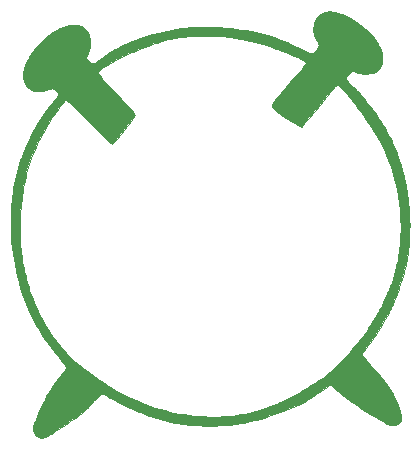
<source format=gbr>
%TF.GenerationSoftware,KiCad,Pcbnew,9.0.6*%
%TF.CreationDate,2025-12-03T22:20:56+01:00*%
%TF.ProjectId,knit_yarn_SAO,6b6e6974-5f79-4617-926e-5f53414f2e6b,rev?*%
%TF.SameCoordinates,Original*%
%TF.FileFunction,Soldermask,Top*%
%TF.FilePolarity,Negative*%
%FSLAX46Y46*%
G04 Gerber Fmt 4.6, Leading zero omitted, Abs format (unit mm)*
G04 Created by KiCad (PCBNEW 9.0.6) date 2025-12-03 22:20:56*
%MOMM*%
%LPD*%
G01*
G04 APERTURE LIST*
%ADD10C,0.100000*%
G04 APERTURE END LIST*
D10*
X110184992Y-71453746D02*
X110184971Y-71453742D01*
X110229854Y-71455618D01*
X110275267Y-71458871D01*
X110321325Y-71463487D01*
X110368143Y-71469448D01*
X110415836Y-71476741D01*
X110464518Y-71485348D01*
X110514304Y-71495256D01*
X110565310Y-71506447D01*
X110671034Y-71532533D01*
X110780579Y-71562983D01*
X110892424Y-71597066D01*
X111005050Y-71634050D01*
X111116936Y-71673203D01*
X111226562Y-71713792D01*
X111332409Y-71755086D01*
X111432957Y-71796352D01*
X111527048Y-71836975D01*
X111614965Y-71876898D01*
X111697354Y-71916223D01*
X111774858Y-71955052D01*
X111848125Y-71993486D01*
X111917797Y-72031629D01*
X111984521Y-72069581D01*
X112048941Y-72107444D01*
X112111816Y-72145476D01*
X112174388Y-72184578D01*
X112238024Y-72225824D01*
X112304089Y-72270285D01*
X112373949Y-72319035D01*
X112448971Y-72373145D01*
X112530521Y-72433687D01*
X112619965Y-72501736D01*
X112822942Y-72660757D01*
X112932213Y-72748544D01*
X113043398Y-72839401D01*
X113154041Y-72931489D01*
X113261685Y-73022973D01*
X113363876Y-73112017D01*
X113458157Y-73196784D01*
X113542744Y-73276014D01*
X113618519Y-73350733D01*
X113653583Y-73386897D01*
X113687023Y-73422528D01*
X113719029Y-73457824D01*
X113749796Y-73492984D01*
X113779516Y-73528205D01*
X113808380Y-73563686D01*
X113836583Y-73599625D01*
X113864316Y-73636221D01*
X113919143Y-73712173D01*
X113974404Y-73793129D01*
X114031214Y-73880186D01*
X114089006Y-73972478D01*
X114146797Y-74068656D01*
X114203600Y-74167366D01*
X114258432Y-74267260D01*
X114310307Y-74366984D01*
X114358242Y-74465190D01*
X114401251Y-74560524D01*
X114420627Y-74606732D01*
X114438576Y-74651943D01*
X114455157Y-74696215D01*
X114470429Y-74739607D01*
X114484452Y-74782177D01*
X114497286Y-74823981D01*
X114508991Y-74865079D01*
X114519625Y-74905527D01*
X114529249Y-74945384D01*
X114537922Y-74984708D01*
X114552655Y-75061985D01*
X114564300Y-75137822D01*
X114573334Y-75212681D01*
X114580125Y-75286909D01*
X114584635Y-75360402D01*
X114586719Y-75432946D01*
X114586235Y-75504325D01*
X114583041Y-75574324D01*
X114580382Y-75608739D01*
X114576992Y-75642728D01*
X114572854Y-75676264D01*
X114567948Y-75709321D01*
X114562257Y-75741871D01*
X114555763Y-75773887D01*
X114548458Y-75805350D01*
X114540357Y-75836267D01*
X114531486Y-75866659D01*
X114521867Y-75896546D01*
X114511525Y-75925947D01*
X114500483Y-75954882D01*
X114488765Y-75983371D01*
X114476395Y-76011434D01*
X114463397Y-76039089D01*
X114449794Y-76066358D01*
X114435610Y-76093260D01*
X114420869Y-76119815D01*
X114405595Y-76146042D01*
X114389811Y-76171961D01*
X114356810Y-76222955D01*
X114339631Y-76248058D01*
X114321985Y-76272865D01*
X114303845Y-76297327D01*
X114285181Y-76321399D01*
X114265966Y-76345031D01*
X114246171Y-76368177D01*
X114225767Y-76390790D01*
X114204727Y-76412822D01*
X114183021Y-76434225D01*
X114160621Y-76454953D01*
X114137499Y-76474957D01*
X114113627Y-76494191D01*
X114088975Y-76512606D01*
X114063516Y-76530156D01*
X114037221Y-76546793D01*
X114010061Y-76562469D01*
X113982020Y-76577153D01*
X113953126Y-76590868D01*
X113923423Y-76603650D01*
X113892953Y-76615536D01*
X113861759Y-76626562D01*
X113829883Y-76636765D01*
X113797367Y-76646180D01*
X113764255Y-76654844D01*
X113730588Y-76662793D01*
X113696409Y-76670064D01*
X113626685Y-76682717D01*
X113555423Y-76693091D01*
X113482962Y-76701479D01*
X113409643Y-76708133D01*
X113335857Y-76713149D01*
X113262022Y-76716579D01*
X113188558Y-76718478D01*
X113115881Y-76718898D01*
X113044412Y-76717893D01*
X112974569Y-76715517D01*
X112906769Y-76711822D01*
X112841358Y-76706844D01*
X112778356Y-76700503D01*
X112717700Y-76692678D01*
X112659326Y-76683249D01*
X112603169Y-76672095D01*
X112575902Y-76665833D01*
X112549166Y-76659094D01*
X112522953Y-76651864D01*
X112497254Y-76644127D01*
X112472062Y-76635869D01*
X112447369Y-76627073D01*
X112423174Y-76617748D01*
X112399493Y-76607981D01*
X112376340Y-76597873D01*
X112353729Y-76587527D01*
X112310195Y-76566526D01*
X112269008Y-76545794D01*
X112230285Y-76526146D01*
X112194144Y-76508398D01*
X112177078Y-76500491D01*
X112160702Y-76493365D01*
X112145029Y-76487121D01*
X112130076Y-76481862D01*
X112115838Y-76477673D01*
X112102240Y-76474573D01*
X112089186Y-76472570D01*
X112082832Y-76471983D01*
X112076578Y-76471673D01*
X112070412Y-76471641D01*
X112064321Y-76471889D01*
X112058293Y-76472417D01*
X112052316Y-76473227D01*
X112046378Y-76474319D01*
X112040468Y-76475694D01*
X112034572Y-76477354D01*
X112028679Y-76479299D01*
X112022777Y-76481531D01*
X112016854Y-76484050D01*
X112004895Y-76489955D01*
X111992706Y-76497023D01*
X111980190Y-76505260D01*
X111967250Y-76514676D01*
X111953790Y-76525279D01*
X111939712Y-76537075D01*
X111924921Y-76550075D01*
X111893065Y-76579553D01*
X111858709Y-76612958D01*
X111822587Y-76649377D01*
X111785435Y-76687893D01*
X111747987Y-76727592D01*
X111710978Y-76767558D01*
X111641216Y-76844635D01*
X111609827Y-76880094D01*
X111581183Y-76913273D01*
X111555386Y-76944390D01*
X111543589Y-76959243D01*
X111532542Y-76973662D01*
X111522259Y-76987675D01*
X111512752Y-77001308D01*
X111504036Y-77014589D01*
X111496122Y-77027545D01*
X111489024Y-77040203D01*
X111482754Y-77052591D01*
X111477326Y-77064734D01*
X111472752Y-77076662D01*
X111469076Y-77088426D01*
X111466452Y-77100193D01*
X111465063Y-77112161D01*
X111465094Y-77124529D01*
X111466729Y-77137495D01*
X111470152Y-77151258D01*
X111475548Y-77166016D01*
X111483101Y-77181968D01*
X111492995Y-77199312D01*
X111505415Y-77218247D01*
X111520544Y-77238972D01*
X111538567Y-77261684D01*
X111559668Y-77286583D01*
X111584032Y-77313867D01*
X111611843Y-77343735D01*
X111643284Y-77376385D01*
X111717176Y-77450344D01*
X111804066Y-77534905D01*
X112007790Y-77730500D01*
X112236355Y-77952514D01*
X112354295Y-78070097D01*
X112471657Y-78190289D01*
X112586576Y-78311958D01*
X112698835Y-78434752D01*
X112808646Y-78558509D01*
X112916223Y-78683069D01*
X113021779Y-78808268D01*
X113125527Y-78933947D01*
X113328453Y-79186098D01*
X113527137Y-79439852D01*
X113626071Y-79569394D01*
X113725452Y-79702147D01*
X113825818Y-79839188D01*
X113927709Y-79981594D01*
X114031664Y-80130441D01*
X114138222Y-80286806D01*
X114247663Y-80451343D01*
X114359191Y-80622980D01*
X114471733Y-80800205D01*
X114584215Y-80981506D01*
X114695564Y-81165369D01*
X114804705Y-81350282D01*
X114910565Y-81534733D01*
X115012070Y-81717210D01*
X115108378Y-81896540D01*
X115199596Y-82072892D01*
X115286072Y-82246766D01*
X115368157Y-82418661D01*
X115446200Y-82589078D01*
X115520550Y-82758516D01*
X115591559Y-82927474D01*
X115659575Y-83096454D01*
X115724939Y-83265903D01*
X115787951Y-83436116D01*
X115848903Y-83607364D01*
X115908084Y-83779919D01*
X116022302Y-84130030D01*
X116132933Y-84488616D01*
X116241389Y-84856397D01*
X116345214Y-85228077D01*
X116394311Y-85413236D01*
X116440956Y-85596799D01*
X116484716Y-85777910D01*
X116525160Y-85955710D01*
X116561986Y-86129691D01*
X116595435Y-86300732D01*
X116625894Y-86470060D01*
X116653750Y-86638900D01*
X116679387Y-86808480D01*
X116703192Y-86980026D01*
X116746851Y-87333920D01*
X116786960Y-87707186D01*
X116822519Y-88093689D01*
X116851767Y-88484134D01*
X116872942Y-88869226D01*
X116880010Y-89057301D01*
X116884683Y-89243202D01*
X116887021Y-89428427D01*
X116887081Y-89614471D01*
X116884923Y-89802832D01*
X116880605Y-89995007D01*
X116865721Y-90396782D01*
X116842313Y-90828211D01*
X116826683Y-91053442D01*
X116807932Y-91283447D01*
X116785681Y-91517050D01*
X116759553Y-91753074D01*
X116729170Y-91990343D01*
X116694155Y-92227678D01*
X116654236Y-92464096D01*
X116609554Y-92699357D01*
X116560349Y-92933402D01*
X116506863Y-93166175D01*
X116449335Y-93397617D01*
X116388006Y-93627670D01*
X116323115Y-93856277D01*
X116254904Y-94083380D01*
X116183747Y-94308637D01*
X116110528Y-94530659D01*
X116036246Y-94747814D01*
X115961900Y-94958468D01*
X115817018Y-95353747D01*
X115683882Y-95703436D01*
X115567691Y-95999638D01*
X115514232Y-96131339D01*
X115462380Y-96255087D01*
X115411021Y-96373118D01*
X115359041Y-96487667D01*
X115305327Y-96600969D01*
X115248766Y-96715260D01*
X115188482Y-96832369D01*
X115124565Y-96952475D01*
X114987125Y-97200706D01*
X114839040Y-97458007D01*
X114682903Y-97722433D01*
X114521038Y-97991737D01*
X114354747Y-98262765D01*
X114185103Y-98532215D01*
X114013182Y-98796785D01*
X113926760Y-98926184D01*
X113840547Y-99053012D01*
X113670840Y-99296928D01*
X113508231Y-99524479D01*
X113356892Y-99731613D01*
X113220617Y-99914728D01*
X113101723Y-100071933D01*
X113002150Y-100201734D01*
X112923842Y-100302637D01*
X112893332Y-100342155D01*
X112880441Y-100359695D01*
X112869221Y-100376091D01*
X112859745Y-100391594D01*
X112855684Y-100399089D01*
X112852085Y-100406454D01*
X112848959Y-100413722D01*
X112846314Y-100420923D01*
X112844159Y-100428090D01*
X112842504Y-100435253D01*
X112841357Y-100442443D01*
X112840727Y-100449693D01*
X112840623Y-100457033D01*
X112841055Y-100464495D01*
X112842032Y-100472110D01*
X112843561Y-100479910D01*
X112845654Y-100487927D01*
X112848317Y-100496190D01*
X112851562Y-100504732D01*
X112855396Y-100513585D01*
X112859828Y-100522779D01*
X112864869Y-100532346D01*
X112870526Y-100542318D01*
X112876808Y-100552725D01*
X112891287Y-100574972D01*
X112927817Y-100625550D01*
X112973421Y-100683492D01*
X113026750Y-100747691D01*
X113086454Y-100817039D01*
X113219596Y-100966753D01*
X113362059Y-101123775D01*
X113650496Y-101441857D01*
X113800742Y-101609380D01*
X113959439Y-101788334D01*
X114128421Y-101981455D01*
X114303345Y-102185036D01*
X114478269Y-102393742D01*
X114563874Y-102498349D01*
X114647251Y-102602238D01*
X114727814Y-102704910D01*
X114805568Y-102806499D01*
X114880661Y-102907284D01*
X114953241Y-103007544D01*
X115023455Y-103107557D01*
X115091451Y-103207603D01*
X115157376Y-103307961D01*
X115221377Y-103408909D01*
X115283545Y-103510597D01*
X115343777Y-103612656D01*
X115401931Y-103714586D01*
X115457862Y-103815884D01*
X115511427Y-103916049D01*
X115562482Y-104014578D01*
X115610885Y-104110970D01*
X115656492Y-104204723D01*
X115699214Y-104295471D01*
X115739238Y-104383420D01*
X115776839Y-104468927D01*
X115812293Y-104552352D01*
X115845874Y-104634052D01*
X115877857Y-104714385D01*
X115938128Y-104872383D01*
X115966863Y-104950677D01*
X115994523Y-105028527D01*
X116020826Y-105105786D01*
X116045489Y-105182305D01*
X116068231Y-105257937D01*
X116088767Y-105332534D01*
X116106816Y-105405948D01*
X116122095Y-105478031D01*
X116128619Y-105513523D01*
X116134402Y-105548595D01*
X116139468Y-105583203D01*
X116143839Y-105617301D01*
X116150591Y-105683782D01*
X116154842Y-105747671D01*
X116156776Y-105808603D01*
X116156577Y-105866211D01*
X116154430Y-105920129D01*
X116150519Y-105969990D01*
X116147955Y-105993305D01*
X116144975Y-106015581D01*
X116141554Y-106036877D01*
X116137663Y-106057253D01*
X116133277Y-106076772D01*
X116128367Y-106095492D01*
X116122908Y-106113476D01*
X116116872Y-106130782D01*
X116110231Y-106147473D01*
X116102960Y-106163607D01*
X116095032Y-106179247D01*
X116086419Y-106194453D01*
X116077094Y-106209285D01*
X116067031Y-106223804D01*
X116056202Y-106238070D01*
X116044581Y-106252144D01*
X116032148Y-106266074D01*
X116018908Y-106279843D01*
X116004876Y-106293415D01*
X115990064Y-106306752D01*
X115974484Y-106319817D01*
X115958151Y-106332574D01*
X115941077Y-106344986D01*
X115923275Y-106357016D01*
X115904759Y-106368627D01*
X115885540Y-106379782D01*
X115865633Y-106390445D01*
X115845051Y-106400578D01*
X115823806Y-106410144D01*
X115801912Y-106419108D01*
X115779382Y-106427431D01*
X115756228Y-106435078D01*
X115732471Y-106442018D01*
X115708161Y-106448254D01*
X115683350Y-106453800D01*
X115658091Y-106458666D01*
X115632436Y-106462867D01*
X115606438Y-106466413D01*
X115580150Y-106469318D01*
X115553624Y-106471595D01*
X115526914Y-106473255D01*
X115500071Y-106474311D01*
X115446201Y-106474663D01*
X115392434Y-106472749D01*
X115339194Y-106468670D01*
X115286439Y-106462264D01*
X115232211Y-106452378D01*
X115203779Y-106445696D01*
X115174061Y-106437624D01*
X115142748Y-106427988D01*
X115109537Y-106416616D01*
X115074120Y-106403334D01*
X115036190Y-106387968D01*
X114995443Y-106370347D01*
X114951571Y-106350295D01*
X114853229Y-106302209D01*
X114738714Y-106242325D01*
X114606376Y-106169738D01*
X114457849Y-106085510D01*
X114122117Y-105888386D01*
X113751293Y-105663463D01*
X113365154Y-105423256D01*
X112980471Y-105178108D01*
X112602128Y-104929622D01*
X112415940Y-104803939D01*
X112232065Y-104677194D01*
X112050745Y-104549311D01*
X111872223Y-104420216D01*
X111696977Y-104290123D01*
X111526401Y-104160388D01*
X111362110Y-104032649D01*
X111205718Y-103908545D01*
X111058838Y-103789715D01*
X110923085Y-103677797D01*
X110800073Y-103574430D01*
X110691416Y-103481255D01*
X110642910Y-103438949D01*
X110598191Y-103399496D01*
X110519267Y-103328739D01*
X110452949Y-103268159D01*
X110397542Y-103216930D01*
X110351352Y-103174227D01*
X110312683Y-103139227D01*
X110295640Y-103124357D01*
X110279842Y-103111103D01*
X110265077Y-103099362D01*
X110251133Y-103089031D01*
X110237783Y-103080050D01*
X110224717Y-103072540D01*
X110211599Y-103066668D01*
X110198096Y-103062599D01*
X110183872Y-103060500D01*
X110168594Y-103060539D01*
X110151926Y-103062881D01*
X110133536Y-103067694D01*
X110113087Y-103075144D01*
X110090246Y-103085397D01*
X110064679Y-103098620D01*
X110036050Y-103114980D01*
X110004026Y-103134644D01*
X109968272Y-103157777D01*
X109928453Y-103184547D01*
X109884236Y-103215120D01*
X109387775Y-103573587D01*
X109077215Y-103793860D01*
X108915350Y-103904740D01*
X108752522Y-104012489D01*
X108590679Y-104115003D01*
X108429296Y-104212582D01*
X108267234Y-104306116D01*
X108103354Y-104396494D01*
X107936516Y-104484605D01*
X107765582Y-104571338D01*
X107589411Y-104657581D01*
X107406866Y-104744225D01*
X107019193Y-104920917D01*
X106598705Y-105101841D01*
X106375258Y-105193616D01*
X106142532Y-105286117D01*
X105900167Y-105379236D01*
X105647804Y-105472862D01*
X105385446Y-105566760D01*
X105114533Y-105660153D01*
X104836866Y-105752126D01*
X104554245Y-105841762D01*
X104268469Y-105928145D01*
X103981339Y-106010358D01*
X103694655Y-106087486D01*
X103410216Y-106158611D01*
X103129198Y-106223007D01*
X102850306Y-106280671D01*
X102571631Y-106331778D01*
X102291266Y-106376500D01*
X102007303Y-106415013D01*
X101717834Y-106447488D01*
X101420952Y-106474102D01*
X101114748Y-106495026D01*
X100798051Y-106510407D01*
X100472645Y-106520280D01*
X100141055Y-106524657D01*
X99805807Y-106523551D01*
X99469425Y-106516974D01*
X99134435Y-106504937D01*
X98803362Y-106487453D01*
X98478730Y-106464535D01*
X98162419Y-106436136D01*
X97853703Y-106402028D01*
X97551200Y-106361962D01*
X97253528Y-106315688D01*
X96959306Y-106262957D01*
X96667153Y-106203519D01*
X96375688Y-106137125D01*
X96083528Y-106063526D01*
X95789721Y-105982618D01*
X95494970Y-105894912D01*
X95200378Y-105801080D01*
X94907050Y-105701796D01*
X94616086Y-105597730D01*
X94328592Y-105489556D01*
X94045670Y-105377946D01*
X93768423Y-105263573D01*
X93498034Y-105147220D01*
X93235961Y-105030072D01*
X92983720Y-104913396D01*
X92742827Y-104798460D01*
X92514798Y-104686531D01*
X92301149Y-104578876D01*
X91923058Y-104381458D01*
X91761194Y-104293989D01*
X91617136Y-104214391D01*
X91489794Y-104142439D01*
X91378080Y-104077908D01*
X91280907Y-104020574D01*
X91197186Y-103970211D01*
X91065746Y-103889500D01*
X91015752Y-103858720D01*
X90994059Y-103845658D01*
X90974297Y-103834134D01*
X90956261Y-103824134D01*
X90939749Y-103815647D01*
X90932000Y-103811968D01*
X90924556Y-103808663D01*
X90917391Y-103805730D01*
X90910479Y-103803169D01*
X90903795Y-103800977D01*
X90897313Y-103799153D01*
X90891009Y-103797696D01*
X90884856Y-103796604D01*
X90878829Y-103795876D01*
X90872903Y-103795511D01*
X90867051Y-103795506D01*
X90861250Y-103795861D01*
X90855472Y-103796574D01*
X90849693Y-103797643D01*
X90843888Y-103799068D01*
X90838030Y-103800846D01*
X90832094Y-103802976D01*
X90826055Y-103805458D01*
X90819887Y-103808288D01*
X90813565Y-103811466D01*
X90800392Y-103818851D01*
X90786494Y-103827569D01*
X90771863Y-103837580D01*
X90756490Y-103848843D01*
X90723480Y-103874961D01*
X90687389Y-103905595D01*
X90648144Y-103940419D01*
X90605671Y-103979104D01*
X90510741Y-104066750D01*
X90403219Y-104165798D01*
X90288668Y-104272910D01*
X90230892Y-104328387D01*
X90173921Y-104384556D01*
X90118608Y-104440978D01*
X90065808Y-104497211D01*
X90016084Y-104552926D01*
X89968822Y-104608231D01*
X89878004Y-104718484D01*
X89832611Y-104773871D01*
X89786004Y-104829723D01*
X89737262Y-104886259D01*
X89685469Y-104943699D01*
X89629843Y-105002225D01*
X89570128Y-105061932D01*
X89506193Y-105122903D01*
X89437904Y-105185221D01*
X89365131Y-105248967D01*
X89287740Y-105314226D01*
X89205600Y-105381078D01*
X89118578Y-105449608D01*
X88927427Y-105593687D01*
X88703494Y-105755229D01*
X88434017Y-105944570D01*
X88106237Y-106172047D01*
X87716255Y-106441092D01*
X87295735Y-106727403D01*
X86885272Y-106999715D01*
X86696495Y-107120850D01*
X86525455Y-107226761D01*
X86448011Y-107272904D01*
X86375957Y-107314489D01*
X86308988Y-107351744D01*
X86246798Y-107384898D01*
X86189082Y-107414179D01*
X86135536Y-107439817D01*
X86085853Y-107462040D01*
X86039728Y-107481078D01*
X85996856Y-107497157D01*
X85956932Y-107510509D01*
X85919650Y-107521360D01*
X85884705Y-107529940D01*
X85851793Y-107536478D01*
X85820606Y-107541202D01*
X85790841Y-107544341D01*
X85762192Y-107546123D01*
X85734402Y-107546748D01*
X85707402Y-107546288D01*
X85681169Y-107544794D01*
X85655680Y-107542315D01*
X85630912Y-107538900D01*
X85606841Y-107534598D01*
X85583445Y-107529458D01*
X85560700Y-107523530D01*
X85538583Y-107516862D01*
X85517072Y-107509505D01*
X85496143Y-107501506D01*
X85475773Y-107492916D01*
X85455940Y-107483783D01*
X85436619Y-107474157D01*
X85417788Y-107464086D01*
X85399424Y-107453621D01*
X85381511Y-107442803D01*
X85364051Y-107431646D01*
X85347044Y-107420155D01*
X85330490Y-107408338D01*
X85314391Y-107396199D01*
X85298745Y-107383746D01*
X85283555Y-107370985D01*
X85268819Y-107357922D01*
X85254540Y-107344563D01*
X85240718Y-107330915D01*
X85227352Y-107316983D01*
X85214444Y-107302775D01*
X85201994Y-107288296D01*
X85190002Y-107273553D01*
X85178469Y-107258551D01*
X85167397Y-107243298D01*
X85156786Y-107227790D01*
X85146639Y-107212003D01*
X85136952Y-107195908D01*
X85127722Y-107179473D01*
X85118948Y-107162667D01*
X85110625Y-107145461D01*
X85102751Y-107127823D01*
X85095324Y-107109723D01*
X85088340Y-107091130D01*
X85081798Y-107072013D01*
X85075693Y-107052343D01*
X85070023Y-107032088D01*
X85064786Y-107011218D01*
X85059979Y-106989702D01*
X85055598Y-106967510D01*
X85051641Y-106944611D01*
X85048100Y-106921007D01*
X85044950Y-106896834D01*
X85039729Y-106847411D01*
X85035783Y-106797614D01*
X85032919Y-106748714D01*
X85030941Y-106701984D01*
X85029656Y-106658694D01*
X85028385Y-106587524D01*
X85028446Y-106560840D01*
X85031016Y-106534596D01*
X85038496Y-106501974D01*
X85053285Y-106456159D01*
X85077784Y-106390332D01*
X85114393Y-106297677D01*
X85233540Y-106004616D01*
X85424504Y-105542495D01*
X85544773Y-105261071D01*
X85679335Y-104957034D01*
X85826514Y-104638604D01*
X85984636Y-104314004D01*
X86152027Y-103991454D01*
X86327014Y-103679176D01*
X86416783Y-103529313D01*
X86507540Y-103384221D01*
X86598799Y-103244042D01*
X86690073Y-103108919D01*
X86780877Y-102978994D01*
X86870725Y-102854409D01*
X87045604Y-102621827D01*
X87210824Y-102412313D01*
X87362493Y-102227002D01*
X87609625Y-101933546D01*
X87656911Y-101876880D01*
X87697705Y-101826015D01*
X87731823Y-101779849D01*
X87746320Y-101758183D01*
X87759079Y-101737277D01*
X87770075Y-101716995D01*
X87779287Y-101697197D01*
X87786691Y-101677746D01*
X87792264Y-101658505D01*
X87795982Y-101639334D01*
X87797823Y-101620097D01*
X87797763Y-101600655D01*
X87795780Y-101580871D01*
X87791849Y-101560606D01*
X87785949Y-101539722D01*
X87778055Y-101518082D01*
X87768145Y-101495548D01*
X87756196Y-101471981D01*
X87742184Y-101447245D01*
X87707880Y-101393709D01*
X87665048Y-101333837D01*
X87613502Y-101266526D01*
X87553059Y-101190673D01*
X87483532Y-101105173D01*
X87121262Y-100662520D01*
X86900285Y-100388161D01*
X86661165Y-100084568D01*
X86410216Y-99756331D01*
X86153752Y-99408041D01*
X85898087Y-99044288D01*
X85649536Y-98669662D01*
X85413275Y-98287780D01*
X85189942Y-97898407D01*
X84979039Y-97500360D01*
X84780069Y-97092455D01*
X84592534Y-96673511D01*
X84415935Y-96242342D01*
X84249776Y-95797766D01*
X84093558Y-95338600D01*
X83946984Y-94864450D01*
X83810477Y-94378078D01*
X83684624Y-93883032D01*
X83570012Y-93382861D01*
X83467230Y-92881113D01*
X83376864Y-92381337D01*
X83299502Y-91887079D01*
X83235732Y-91401890D01*
X83185923Y-90928665D01*
X83149529Y-90467636D01*
X83125757Y-90018353D01*
X83123304Y-89928372D01*
X83896103Y-89928372D01*
X83899500Y-90297285D01*
X83908702Y-90656240D01*
X83923634Y-91001810D01*
X83944219Y-91330568D01*
X83970300Y-91640022D01*
X84001437Y-91931491D01*
X84037136Y-92207263D01*
X84076900Y-92469623D01*
X84120232Y-92720860D01*
X84166637Y-92963260D01*
X84215619Y-93199111D01*
X84266680Y-93430698D01*
X84374666Y-93888661D01*
X84432817Y-94117370D01*
X84494695Y-94347302D01*
X84561014Y-94579511D01*
X84632491Y-94815053D01*
X84709842Y-95054981D01*
X84793780Y-95300350D01*
X84884812Y-95551787D01*
X84982654Y-95808181D01*
X85086833Y-96067983D01*
X85196876Y-96329639D01*
X85312311Y-96591600D01*
X85432663Y-96852313D01*
X85557461Y-97110227D01*
X85686232Y-97363791D01*
X85818622Y-97611772D01*
X85954772Y-97854250D01*
X86094948Y-98091641D01*
X86239414Y-98324364D01*
X86388436Y-98552835D01*
X86542278Y-98777472D01*
X86701207Y-98998690D01*
X86865488Y-99216907D01*
X87034732Y-99431972D01*
X87205932Y-99641526D01*
X87375425Y-99842675D01*
X87539545Y-100032521D01*
X87694630Y-100208169D01*
X87837015Y-100366721D01*
X88069030Y-100620956D01*
X88153384Y-100712607D01*
X88222680Y-100786201D01*
X88285546Y-100849496D01*
X88350611Y-100910246D01*
X88426503Y-100976209D01*
X88521849Y-101055140D01*
X88805419Y-101282930D01*
X89252353Y-101637535D01*
X89841548Y-102090205D01*
X90177252Y-102338642D01*
X90533830Y-102593990D01*
X90906386Y-102850379D01*
X91290022Y-103101942D01*
X91680525Y-103343763D01*
X92076354Y-103574694D01*
X92476624Y-103794509D01*
X92880449Y-104002980D01*
X93286945Y-104199882D01*
X93695225Y-104384986D01*
X94104405Y-104558066D01*
X94513598Y-104718895D01*
X94922152Y-104867329D01*
X95330347Y-105003534D01*
X95738697Y-105127758D01*
X96147714Y-105240246D01*
X96557913Y-105341244D01*
X96969806Y-105430998D01*
X97383908Y-105509754D01*
X97800731Y-105577759D01*
X98220421Y-105635197D01*
X98641733Y-105682037D01*
X99063087Y-105718194D01*
X99482905Y-105743589D01*
X99899610Y-105758138D01*
X100311622Y-105761759D01*
X100717364Y-105754370D01*
X101115257Y-105735889D01*
X101503774Y-105706469D01*
X101881613Y-105667175D01*
X102247538Y-105619294D01*
X102600310Y-105564113D01*
X102938694Y-105502919D01*
X103261452Y-105436997D01*
X103567347Y-105367637D01*
X103855141Y-105296123D01*
X104124662Y-105223260D01*
X104380017Y-105147878D01*
X104626393Y-105068312D01*
X104868978Y-104982894D01*
X105112959Y-104889960D01*
X105363522Y-104787843D01*
X105625856Y-104674877D01*
X105905146Y-104549396D01*
X106205037Y-104410181D01*
X106522968Y-104257764D01*
X106854823Y-104093109D01*
X107196485Y-103917180D01*
X107543839Y-103730943D01*
X107892768Y-103535362D01*
X108239155Y-103331402D01*
X108578884Y-103120028D01*
X108908542Y-102902137D01*
X109227497Y-102678422D01*
X109535811Y-102449535D01*
X109833542Y-102216129D01*
X110120749Y-101978857D01*
X110397493Y-101738372D01*
X110663832Y-101495327D01*
X110919827Y-101250376D01*
X111165466Y-101004356D01*
X111400485Y-100758845D01*
X111624558Y-100515604D01*
X111837359Y-100276398D01*
X112038563Y-100042991D01*
X112227844Y-99817145D01*
X112404878Y-99600624D01*
X112569338Y-99395191D01*
X112721345Y-99201773D01*
X112862752Y-99017937D01*
X112995841Y-98840417D01*
X113122891Y-98665948D01*
X113246182Y-98491264D01*
X113367995Y-98313099D01*
X113490610Y-98128188D01*
X113616306Y-97933266D01*
X113746652Y-97726060D01*
X113880393Y-97508358D01*
X114015574Y-97282979D01*
X114150241Y-97052741D01*
X114282438Y-96820463D01*
X114410211Y-96588963D01*
X114531604Y-96361061D01*
X114644663Y-96139576D01*
X114747900Y-95926846D01*
X114841741Y-95723262D01*
X114927097Y-95528710D01*
X115004882Y-95343078D01*
X115076010Y-95166250D01*
X115141394Y-94998115D01*
X115258581Y-94687468D01*
X115363189Y-94406659D01*
X115459663Y-94136621D01*
X115506049Y-93998517D01*
X115551842Y-93854557D01*
X115597520Y-93701890D01*
X115643564Y-93537668D01*
X115690258Y-93359951D01*
X115737122Y-93170420D01*
X115783491Y-92971652D01*
X115828699Y-92766226D01*
X115872082Y-92556719D01*
X115912975Y-92345710D01*
X115950712Y-92135777D01*
X115984629Y-91929497D01*
X116014214Y-91728831D01*
X116039612Y-91533291D01*
X116061144Y-91341774D01*
X116079133Y-91153183D01*
X116093900Y-90966417D01*
X116105767Y-90780378D01*
X116115056Y-90593964D01*
X116122088Y-90406076D01*
X116130138Y-90022473D01*
X116129801Y-89625939D01*
X116126288Y-89422031D01*
X116120441Y-89213942D01*
X116112181Y-89001355D01*
X116101427Y-88783953D01*
X116088117Y-88561756D01*
X116072199Y-88336180D01*
X116053611Y-88108997D01*
X116032293Y-87881977D01*
X116008183Y-87656889D01*
X115981220Y-87435505D01*
X115951342Y-87219596D01*
X115918490Y-87010931D01*
X115882690Y-86810835D01*
X115844261Y-86618787D01*
X115803579Y-86433787D01*
X115761019Y-86254835D01*
X115716955Y-86080930D01*
X115671763Y-85911072D01*
X115579493Y-85579494D01*
X115485818Y-85251963D01*
X115386944Y-84919859D01*
X115277761Y-84574441D01*
X115217708Y-84394007D01*
X115153162Y-84206967D01*
X115083256Y-84012141D01*
X115006236Y-83808028D01*
X114920134Y-83593053D01*
X114822980Y-83365641D01*
X114712807Y-83124216D01*
X114587646Y-82867203D01*
X114445528Y-82593025D01*
X114284483Y-82300107D01*
X114103472Y-81988032D01*
X113905188Y-81660967D01*
X113693270Y-81324212D01*
X113471352Y-80983068D01*
X113243073Y-80642837D01*
X113012067Y-80308819D01*
X112781972Y-79986316D01*
X112556423Y-79680629D01*
X112338719Y-79396211D01*
X112130798Y-79134095D01*
X111934261Y-78894455D01*
X111750702Y-78677460D01*
X111581721Y-78483285D01*
X111428914Y-78312099D01*
X111178213Y-78039386D01*
X111082851Y-77937725D01*
X111042277Y-77894874D01*
X111006034Y-77856900D01*
X110973818Y-77823470D01*
X110945322Y-77794251D01*
X110920242Y-77768913D01*
X110898272Y-77747121D01*
X110879108Y-77728544D01*
X110862444Y-77712850D01*
X110847975Y-77699705D01*
X110835396Y-77688778D01*
X110824401Y-77679736D01*
X110814687Y-77672247D01*
X110805946Y-77665978D01*
X110797875Y-77660597D01*
X110790098Y-77655962D01*
X110781977Y-77652698D01*
X110772809Y-77651628D01*
X110761891Y-77653572D01*
X110748522Y-77659351D01*
X110731998Y-77669787D01*
X110711618Y-77685701D01*
X110686678Y-77707915D01*
X110656477Y-77737249D01*
X110620312Y-77774525D01*
X110527279Y-77876188D01*
X110401960Y-78019473D01*
X110238735Y-78210951D01*
X109797901Y-78738199D01*
X109268886Y-79377439D01*
X108290016Y-80563263D01*
X108200897Y-80670935D01*
X108121677Y-80766930D01*
X107990374Y-80926364D01*
X107937014Y-80991042D01*
X107890998Y-81046518D01*
X107851686Y-81093413D01*
X107818439Y-81132346D01*
X107803891Y-81149019D01*
X107790620Y-81163934D01*
X107778546Y-81177168D01*
X107767589Y-81188798D01*
X107757669Y-81198902D01*
X107748707Y-81207557D01*
X107740623Y-81214841D01*
X107733336Y-81220830D01*
X107726768Y-81225602D01*
X107720838Y-81229235D01*
X107715466Y-81231806D01*
X107712964Y-81232717D01*
X107710572Y-81233392D01*
X107708280Y-81233840D01*
X107706078Y-81234071D01*
X107703955Y-81234095D01*
X107701902Y-81233920D01*
X107697965Y-81233017D01*
X107694187Y-81231439D01*
X107465941Y-81111404D01*
X107239144Y-80984437D01*
X107015625Y-80852416D01*
X106797208Y-80717221D01*
X106585721Y-80580730D01*
X106382989Y-80444824D01*
X106190840Y-80311380D01*
X106011099Y-80182279D01*
X105845593Y-80059399D01*
X105696148Y-79944619D01*
X105564591Y-79839820D01*
X105452747Y-79746878D01*
X105362444Y-79667675D01*
X105295508Y-79604089D01*
X105253765Y-79557999D01*
X105242911Y-79542102D01*
X105239041Y-79531284D01*
X105238745Y-79514506D01*
X105239094Y-79496983D01*
X105240114Y-79478727D01*
X105241832Y-79459748D01*
X105244277Y-79440059D01*
X105247474Y-79419670D01*
X105251452Y-79398595D01*
X105256238Y-79376843D01*
X105261859Y-79354427D01*
X105268343Y-79331359D01*
X105275717Y-79307649D01*
X105284008Y-79283309D01*
X105293243Y-79258351D01*
X105303451Y-79232787D01*
X105314658Y-79206627D01*
X105326891Y-79179884D01*
X105354547Y-79124684D01*
X105386553Y-79067218D01*
X105423001Y-79007510D01*
X105463988Y-78945578D01*
X105509605Y-78881445D01*
X105559949Y-78815130D01*
X105615112Y-78746655D01*
X105675190Y-78676039D01*
X105740499Y-78602881D01*
X105812286Y-78525065D01*
X105981235Y-78345269D01*
X106193919Y-78116272D01*
X106320375Y-77976954D01*
X106462221Y-77817694D01*
X106788976Y-77441232D01*
X107141067Y-77026919D01*
X107476455Y-76626880D01*
X107753100Y-76293239D01*
X107857535Y-76165886D01*
X107901079Y-76112155D01*
X107939258Y-76064442D01*
X107972387Y-76022288D01*
X108000778Y-75985233D01*
X108024746Y-75952818D01*
X108044603Y-75924583D01*
X108053089Y-75911889D01*
X108060664Y-75900068D01*
X108067369Y-75889063D01*
X108073242Y-75878815D01*
X108078323Y-75869267D01*
X108082651Y-75860363D01*
X108086265Y-75852044D01*
X108089204Y-75844253D01*
X108091508Y-75836933D01*
X108093215Y-75830026D01*
X108094365Y-75823475D01*
X108094997Y-75817222D01*
X108095151Y-75811210D01*
X108094865Y-75805381D01*
X108094178Y-75799679D01*
X108093130Y-75794045D01*
X108090055Y-75782823D01*
X108085687Y-75771611D01*
X108080025Y-75760378D01*
X108073066Y-75749092D01*
X108064807Y-75737723D01*
X108055246Y-75726238D01*
X108044380Y-75714607D01*
X108032206Y-75702799D01*
X108018723Y-75690782D01*
X108003928Y-75678525D01*
X107987818Y-75665997D01*
X107970390Y-75653166D01*
X107951643Y-75640001D01*
X107931573Y-75626471D01*
X107887457Y-75598191D01*
X107838032Y-75568128D01*
X107783242Y-75536294D01*
X107723004Y-75502747D01*
X107657232Y-75467546D01*
X107585841Y-75430750D01*
X107508746Y-75392419D01*
X107425861Y-75352612D01*
X107337103Y-75311387D01*
X107141745Y-75224657D01*
X106922251Y-75131161D01*
X106408995Y-74918133D01*
X106113055Y-74796448D01*
X105783807Y-74666384D01*
X105604288Y-74599025D01*
X105413557Y-74530549D01*
X105210652Y-74461282D01*
X104994612Y-74391551D01*
X104765061Y-74321686D01*
X104523969Y-74252097D01*
X104017386Y-74115503D01*
X103495313Y-73985287D01*
X102978197Y-73864968D01*
X102727026Y-73809611D01*
X102479576Y-73757959D01*
X102233215Y-73710348D01*
X101985311Y-73667110D01*
X101733231Y-73628579D01*
X101474342Y-73595091D01*
X101206012Y-73566978D01*
X100925610Y-73544574D01*
X100631495Y-73528058D01*
X100326175Y-73517168D01*
X100013227Y-73511583D01*
X99696226Y-73510984D01*
X99696182Y-73510980D01*
X99378686Y-73515034D01*
X99064224Y-73523285D01*
X98756328Y-73535330D01*
X98458532Y-73550771D01*
X98173524Y-73569361D01*
X97900551Y-73591393D01*
X97637982Y-73617289D01*
X97384182Y-73647470D01*
X97137520Y-73682359D01*
X96896363Y-73722377D01*
X96659077Y-73767946D01*
X96424031Y-73819489D01*
X96189728Y-73877340D01*
X95955160Y-73941446D01*
X95719427Y-74011645D01*
X95481632Y-74087776D01*
X95240875Y-74169677D01*
X94996258Y-74257188D01*
X94746882Y-74350146D01*
X94491849Y-74448391D01*
X93964972Y-74659679D01*
X93696504Y-74771740D01*
X93427249Y-74887371D01*
X93159132Y-75006039D01*
X92894080Y-75127212D01*
X92634017Y-75250360D01*
X92380867Y-75374949D01*
X92136575Y-75500241D01*
X91903134Y-75624719D01*
X91682546Y-75746679D01*
X91476812Y-75864420D01*
X91287935Y-75976239D01*
X91117916Y-76080432D01*
X90968757Y-76175298D01*
X90842460Y-76259133D01*
X90788416Y-76296447D01*
X90740259Y-76330771D01*
X90697653Y-76362308D01*
X90660260Y-76391260D01*
X90643414Y-76404829D01*
X90627745Y-76417828D01*
X90613211Y-76430281D01*
X90599770Y-76442214D01*
X90587381Y-76453652D01*
X90576000Y-76464621D01*
X90565586Y-76475145D01*
X90556097Y-76485250D01*
X90547491Y-76494962D01*
X90539725Y-76504304D01*
X90532758Y-76513303D01*
X90526547Y-76521984D01*
X90521051Y-76530372D01*
X90516227Y-76538493D01*
X90512034Y-76546371D01*
X90508428Y-76554032D01*
X90505369Y-76561501D01*
X90502814Y-76568803D01*
X90500720Y-76575964D01*
X90499047Y-76583009D01*
X90497752Y-76589963D01*
X90496792Y-76596852D01*
X90495711Y-76610532D01*
X90495632Y-76624342D01*
X90497058Y-76638916D01*
X90500657Y-76654977D01*
X90507098Y-76673243D01*
X90517051Y-76694435D01*
X90531185Y-76719275D01*
X90550169Y-76748482D01*
X90574672Y-76782777D01*
X90605364Y-76822881D01*
X90642913Y-76869513D01*
X90741259Y-76985248D01*
X90875064Y-77135745D01*
X91049682Y-77326768D01*
X92082109Y-78427871D01*
X92642591Y-79027366D01*
X93108471Y-79537485D01*
X93199595Y-79640687D01*
X93279605Y-79733328D01*
X93349117Y-79816157D01*
X93380129Y-79854126D01*
X93408748Y-79889924D01*
X93435051Y-79923643D01*
X93459115Y-79955377D01*
X93481017Y-79985221D01*
X93500835Y-80013267D01*
X93518646Y-80039610D01*
X93534526Y-80064344D01*
X93548553Y-80087561D01*
X93560804Y-80109355D01*
X93571356Y-80129821D01*
X93580286Y-80149052D01*
X93587672Y-80167141D01*
X93593590Y-80184182D01*
X93598117Y-80200270D01*
X93601332Y-80215497D01*
X93603310Y-80229957D01*
X93604129Y-80243744D01*
X93603866Y-80256952D01*
X93602598Y-80269674D01*
X93600403Y-80282004D01*
X93597357Y-80294036D01*
X93593537Y-80305863D01*
X93589022Y-80317580D01*
X93583887Y-80329279D01*
X93578210Y-80341054D01*
X93487276Y-80471176D01*
X93286013Y-80736305D01*
X92697483Y-81488743D01*
X92102573Y-82232676D01*
X91893337Y-82487175D01*
X91791239Y-82602414D01*
X91773211Y-82616516D01*
X91754982Y-82627909D01*
X91735664Y-82635789D01*
X91714369Y-82639347D01*
X91690209Y-82637779D01*
X91662298Y-82630278D01*
X91629745Y-82616037D01*
X91591665Y-82594251D01*
X91547169Y-82564112D01*
X91495369Y-82524814D01*
X91435377Y-82475552D01*
X91366306Y-82415518D01*
X91287267Y-82343907D01*
X91197374Y-82259912D01*
X90981469Y-82051544D01*
X88480847Y-79529734D01*
X88423016Y-79472810D01*
X88368511Y-79419505D01*
X88317223Y-79369709D01*
X88269044Y-79323310D01*
X88223866Y-79280198D01*
X88181581Y-79240262D01*
X88142081Y-79203393D01*
X88105258Y-79169479D01*
X88071004Y-79138409D01*
X88039210Y-79110073D01*
X88009768Y-79084361D01*
X87982571Y-79061162D01*
X87957510Y-79040366D01*
X87934476Y-79021861D01*
X87913363Y-79005537D01*
X87894062Y-78991283D01*
X87876464Y-78978990D01*
X87860462Y-78968546D01*
X87845947Y-78959840D01*
X87832812Y-78952763D01*
X87820948Y-78947204D01*
X87815459Y-78944958D01*
X87810247Y-78943051D01*
X87805299Y-78941468D01*
X87800601Y-78940195D01*
X87796140Y-78939218D01*
X87791902Y-78938525D01*
X87787873Y-78938099D01*
X87784041Y-78937929D01*
X87780392Y-78938000D01*
X87776912Y-78938299D01*
X87773587Y-78938811D01*
X87770404Y-78939522D01*
X87764412Y-78941489D01*
X87758825Y-78944089D01*
X87753537Y-78947211D01*
X87748439Y-78950745D01*
X87743422Y-78954579D01*
X87722926Y-78972136D01*
X87700629Y-78994167D01*
X87675183Y-79022089D01*
X87645240Y-79057325D01*
X87609451Y-79101292D01*
X87566466Y-79155410D01*
X87453515Y-79299778D01*
X87299304Y-79498378D01*
X87111410Y-79745417D01*
X87008334Y-79884208D01*
X86901040Y-80031636D01*
X86790929Y-80186544D01*
X86679403Y-80347775D01*
X86567653Y-80514359D01*
X86455994Y-80686077D01*
X86344510Y-80862901D01*
X86233285Y-81044803D01*
X86122402Y-81231754D01*
X86011943Y-81423726D01*
X85901993Y-81620692D01*
X85792635Y-81822621D01*
X85683980Y-82029469D01*
X85576267Y-82241118D01*
X85469762Y-82457437D01*
X85364736Y-82678292D01*
X85261456Y-82903550D01*
X85160190Y-83133081D01*
X85061208Y-83366749D01*
X84964778Y-83604424D01*
X84871148Y-83846135D01*
X84780519Y-84092589D01*
X84693093Y-84344674D01*
X84609072Y-84603275D01*
X84528658Y-84869279D01*
X84452052Y-85143573D01*
X84379456Y-85427042D01*
X84311072Y-85720574D01*
X84247116Y-86024826D01*
X84187817Y-86339550D01*
X84133394Y-86664281D01*
X84084067Y-86998551D01*
X84040054Y-87341895D01*
X84001576Y-87693845D01*
X83968852Y-88053936D01*
X83942102Y-88421701D01*
X83921512Y-88796167D01*
X83907033Y-89174386D01*
X83898589Y-89552930D01*
X83896103Y-89928372D01*
X83123304Y-89928372D01*
X83113818Y-89580364D01*
X83112919Y-89153219D01*
X83122269Y-88736466D01*
X83141077Y-88329655D01*
X83168552Y-87932333D01*
X83204005Y-87544053D01*
X83247141Y-87164379D01*
X83297767Y-86792874D01*
X83355686Y-86429100D01*
X83420702Y-86072621D01*
X83492619Y-85723000D01*
X83571243Y-85379800D01*
X83656378Y-85042583D01*
X83747872Y-84710886D01*
X83845807Y-84384168D01*
X83950336Y-84061887D01*
X84061612Y-83743499D01*
X84179789Y-83428463D01*
X84305019Y-83116236D01*
X84437456Y-82806275D01*
X84577252Y-82498036D01*
X84724290Y-82191399D01*
X84877398Y-81887845D01*
X85035142Y-81589237D01*
X85196093Y-81297441D01*
X85358818Y-81014319D01*
X85521885Y-80741736D01*
X85683864Y-80481556D01*
X85843322Y-80235642D01*
X85998862Y-80005616D01*
X86149181Y-79792052D01*
X86292995Y-79595245D01*
X86429024Y-79415493D01*
X86555983Y-79253090D01*
X86672590Y-79108333D01*
X86777563Y-78981516D01*
X86869618Y-78872935D01*
X86947734Y-78782296D01*
X87011938Y-78706974D01*
X87038917Y-78674058D01*
X87062530Y-78643770D01*
X87082814Y-78615712D01*
X87091721Y-78602394D01*
X87099809Y-78589483D01*
X87107084Y-78576930D01*
X87113550Y-78564684D01*
X87119212Y-78552695D01*
X87124075Y-78540914D01*
X87128144Y-78529290D01*
X87131423Y-78517773D01*
X87133916Y-78506314D01*
X87135630Y-78494862D01*
X87136567Y-78483368D01*
X87136733Y-78471780D01*
X87136133Y-78460051D01*
X87134772Y-78448128D01*
X87132653Y-78435963D01*
X87129782Y-78423505D01*
X87126163Y-78410705D01*
X87121801Y-78397511D01*
X87110885Y-78369869D01*
X87097166Y-78340806D01*
X87080798Y-78310679D01*
X87061935Y-78279847D01*
X87040731Y-78248668D01*
X87017340Y-78217499D01*
X86991917Y-78186698D01*
X86964614Y-78156624D01*
X86935586Y-78127634D01*
X86904987Y-78100087D01*
X86872970Y-78074340D01*
X86839691Y-78050750D01*
X86805302Y-78029677D01*
X86787740Y-78020196D01*
X86769958Y-78011478D01*
X86751976Y-78003568D01*
X86733813Y-77996511D01*
X86715488Y-77990351D01*
X86697021Y-77985134D01*
X86659700Y-77977593D01*
X86621835Y-77973694D01*
X86583377Y-77973136D01*
X86544276Y-77975616D01*
X86504484Y-77980833D01*
X86463951Y-77988484D01*
X86422630Y-77998266D01*
X86380470Y-78009879D01*
X86007141Y-78132411D01*
X85955265Y-78146935D01*
X85902254Y-78160469D01*
X85848247Y-78172908D01*
X85793386Y-78184147D01*
X85737813Y-78194081D01*
X85681668Y-78202605D01*
X85625092Y-78209614D01*
X85568228Y-78215003D01*
X85511216Y-78218667D01*
X85454197Y-78220501D01*
X85397313Y-78220400D01*
X85340704Y-78218258D01*
X85284513Y-78213971D01*
X85228880Y-78207434D01*
X85173947Y-78198541D01*
X85119854Y-78187189D01*
X85066731Y-78173301D01*
X85014648Y-78156927D01*
X84963660Y-78138147D01*
X84913825Y-78117043D01*
X84865196Y-78093694D01*
X84817830Y-78068182D01*
X84771782Y-78040586D01*
X84727108Y-78010988D01*
X84683863Y-77979467D01*
X84642104Y-77946104D01*
X84601884Y-77910981D01*
X84563261Y-77874177D01*
X84526289Y-77835773D01*
X84491025Y-77795849D01*
X84457523Y-77754486D01*
X84425840Y-77711765D01*
X84396023Y-77667754D01*
X84368083Y-77622473D01*
X84342018Y-77575937D01*
X84317829Y-77528156D01*
X84295515Y-77479144D01*
X84275075Y-77428912D01*
X84256510Y-77377473D01*
X84239817Y-77324839D01*
X84224998Y-77271021D01*
X84212051Y-77216033D01*
X84200976Y-77159887D01*
X84191772Y-77102594D01*
X84184439Y-77044167D01*
X84178977Y-76984618D01*
X84175384Y-76923960D01*
X84173661Y-76862205D01*
X84173828Y-76799351D01*
X84175992Y-76735336D01*
X84180285Y-76670080D01*
X84186835Y-76603501D01*
X84195774Y-76535520D01*
X84207230Y-76466056D01*
X84221334Y-76395027D01*
X84238217Y-76322354D01*
X84258007Y-76247956D01*
X84280835Y-76171752D01*
X84306832Y-76093662D01*
X84336126Y-76013605D01*
X84368849Y-75931501D01*
X84405129Y-75847268D01*
X84445098Y-75760827D01*
X84488885Y-75672097D01*
X84536567Y-75581061D01*
X84588016Y-75487954D01*
X84643052Y-75393070D01*
X84701496Y-75296707D01*
X84827894Y-75100726D01*
X84965778Y-74902377D01*
X85113717Y-74704028D01*
X85270279Y-74508047D01*
X85351347Y-74411684D01*
X85434033Y-74316802D01*
X85518160Y-74223695D01*
X85603548Y-74132660D01*
X85690019Y-74043952D01*
X85777405Y-73957654D01*
X85865541Y-73873801D01*
X85954260Y-73792431D01*
X86043396Y-73713578D01*
X86132784Y-73637279D01*
X86222257Y-73563569D01*
X86311649Y-73492486D01*
X86400795Y-73424063D01*
X86489529Y-73358339D01*
X86665095Y-73235125D01*
X86837020Y-73123133D01*
X87003977Y-73022650D01*
X87085206Y-72976795D01*
X87164881Y-72933815D01*
X87243025Y-72893636D01*
X87319665Y-72856187D01*
X87394824Y-72821394D01*
X87468529Y-72789185D01*
X87540803Y-72759487D01*
X87611672Y-72732228D01*
X87681161Y-72707334D01*
X87749296Y-72684734D01*
X87816099Y-72664354D01*
X87881598Y-72646122D01*
X87945817Y-72629965D01*
X88008780Y-72615811D01*
X88070514Y-72603586D01*
X88131042Y-72593219D01*
X88190386Y-72584638D01*
X88248546Y-72577789D01*
X88305515Y-72572622D01*
X88361286Y-72569085D01*
X88415853Y-72567130D01*
X88469208Y-72566705D01*
X88521344Y-72567760D01*
X88572256Y-72570246D01*
X88621935Y-72574111D01*
X88670375Y-72579307D01*
X88717569Y-72585782D01*
X88763510Y-72593486D01*
X88808192Y-72602370D01*
X88851607Y-72612383D01*
X88893749Y-72623474D01*
X88934610Y-72635594D01*
X88974197Y-72648705D01*
X89012547Y-72662800D01*
X89049703Y-72677870D01*
X89085709Y-72693910D01*
X89120607Y-72710913D01*
X89154440Y-72728873D01*
X89187251Y-72747781D01*
X89219082Y-72767633D01*
X89249978Y-72788422D01*
X89279979Y-72810140D01*
X89309130Y-72832782D01*
X89337473Y-72856339D01*
X89365051Y-72880807D01*
X89391907Y-72906179D01*
X89418083Y-72932447D01*
X89443623Y-72959605D01*
X89468557Y-72987641D01*
X89492872Y-73016536D01*
X89516544Y-73046273D01*
X89539548Y-73076835D01*
X89561860Y-73108205D01*
X89583457Y-73140365D01*
X89604313Y-73173299D01*
X89624405Y-73206989D01*
X89643709Y-73241419D01*
X89662199Y-73276570D01*
X89679853Y-73312427D01*
X89696645Y-73348972D01*
X89712551Y-73386188D01*
X89727548Y-73424058D01*
X89741611Y-73462564D01*
X89754715Y-73501691D01*
X89766844Y-73541399D01*
X89778016Y-73581585D01*
X89788262Y-73622131D01*
X89797614Y-73662919D01*
X89813756Y-73744754D01*
X89826691Y-73826149D01*
X89836670Y-73906164D01*
X89843940Y-73983859D01*
X89848750Y-74058293D01*
X89851350Y-74128526D01*
X89851962Y-74193920D01*
X89850671Y-74254987D01*
X89847519Y-74312512D01*
X89842551Y-74367280D01*
X89835807Y-74420077D01*
X89827332Y-74471689D01*
X89817168Y-74522899D01*
X89805358Y-74574493D01*
X89791961Y-74627070D01*
X89777076Y-74680439D01*
X89760805Y-74734204D01*
X89743248Y-74787971D01*
X89724510Y-74841344D01*
X89704690Y-74893927D01*
X89683891Y-74945324D01*
X89662214Y-74995139D01*
X89639853Y-75043056D01*
X89617428Y-75089051D01*
X89595682Y-75133174D01*
X89575361Y-75175474D01*
X89557209Y-75215999D01*
X89549178Y-75235612D01*
X89541969Y-75254799D01*
X89535674Y-75273568D01*
X89530386Y-75291923D01*
X89526199Y-75309871D01*
X89523205Y-75327419D01*
X89522181Y-75336045D01*
X89521471Y-75344574D01*
X89521068Y-75353011D01*
X89520965Y-75361355D01*
X89521629Y-75377779D01*
X89523409Y-75393865D01*
X89526250Y-75409632D01*
X89530095Y-75425096D01*
X89534889Y-75440278D01*
X89540576Y-75455194D01*
X89547101Y-75469865D01*
X89554409Y-75484307D01*
X89562443Y-75498539D01*
X89571149Y-75512580D01*
X89580470Y-75526448D01*
X89590351Y-75540161D01*
X89600737Y-75553738D01*
X89611571Y-75567197D01*
X89622805Y-75580557D01*
X89634409Y-75593831D01*
X89658630Y-75620171D01*
X89684034Y-75646315D01*
X89710424Y-75672360D01*
X89737604Y-75698406D01*
X89765374Y-75724549D01*
X89821894Y-75777521D01*
X89850644Y-75804093D01*
X89865675Y-75816723D01*
X89881487Y-75828488D01*
X89898339Y-75839069D01*
X89916487Y-75848146D01*
X89936189Y-75855398D01*
X89946704Y-75858240D01*
X89957705Y-75860506D01*
X89969222Y-75862156D01*
X89981290Y-75863150D01*
X89993940Y-75863448D01*
X90007203Y-75863009D01*
X90021113Y-75861795D01*
X90035702Y-75859765D01*
X90051002Y-75856878D01*
X90067045Y-75853096D01*
X90083863Y-75848377D01*
X90101488Y-75842682D01*
X90119954Y-75835971D01*
X90139291Y-75828205D01*
X90180710Y-75809343D01*
X90226004Y-75785777D01*
X91491560Y-74927431D01*
X91718123Y-74789739D01*
X91959475Y-74651487D01*
X92215812Y-74513254D01*
X92487332Y-74375623D01*
X92774229Y-74239175D01*
X93076700Y-74104492D01*
X93394942Y-73972154D01*
X93729149Y-73842743D01*
X94079076Y-73716900D01*
X94442632Y-73595476D01*
X94817245Y-73479362D01*
X95200344Y-73369453D01*
X95589357Y-73266641D01*
X95981714Y-73171819D01*
X96374844Y-73085881D01*
X96766174Y-73009719D01*
X97153943Y-72944041D01*
X97539659Y-72888858D01*
X97925650Y-72844024D01*
X98314242Y-72809392D01*
X98707764Y-72784814D01*
X99108541Y-72770145D01*
X99518902Y-72765237D01*
X99941174Y-72769944D01*
X100376517Y-72784092D01*
X100821447Y-72807376D01*
X101271323Y-72839443D01*
X101721503Y-72879945D01*
X102167345Y-72928530D01*
X102604209Y-72984847D01*
X103027452Y-73048546D01*
X103432432Y-73119277D01*
X103815548Y-73196616D01*
X104177310Y-73279854D01*
X104519251Y-73368206D01*
X104842902Y-73460890D01*
X105149796Y-73557123D01*
X105441464Y-73656122D01*
X105719437Y-73757103D01*
X105985249Y-73859283D01*
X106240071Y-73961857D01*
X106483661Y-74063981D01*
X106715425Y-74164821D01*
X106934771Y-74263539D01*
X107141106Y-74359300D01*
X107333834Y-74451267D01*
X107676102Y-74620477D01*
X108186498Y-74881228D01*
X108281925Y-74927684D01*
X108366169Y-74965861D01*
X108404360Y-74981722D01*
X108440071Y-74995365D01*
X108473408Y-75006741D01*
X108504475Y-75015802D01*
X108519191Y-75019451D01*
X108533390Y-75022517D01*
X108547097Y-75025006D01*
X108560337Y-75026923D01*
X108573136Y-75028276D01*
X108585520Y-75029069D01*
X108597513Y-75029309D01*
X108609142Y-75029002D01*
X108620431Y-75028154D01*
X108631407Y-75026771D01*
X108642094Y-75024859D01*
X108652519Y-75022424D01*
X108662706Y-75019472D01*
X108672681Y-75016010D01*
X108682470Y-75012042D01*
X108692098Y-75007575D01*
X108701590Y-75002616D01*
X108710972Y-74997169D01*
X108720270Y-74991242D01*
X108729508Y-74984840D01*
X108738713Y-74977969D01*
X108747909Y-74970636D01*
X108766379Y-74954605D01*
X108785122Y-74936795D01*
X108804341Y-74917254D01*
X108824240Y-74896032D01*
X108845022Y-74873175D01*
X108889488Y-74822955D01*
X108936568Y-74767950D01*
X108984535Y-74709688D01*
X109031665Y-74649700D01*
X109076232Y-74589515D01*
X109097015Y-74559827D01*
X109116511Y-74530663D01*
X109134503Y-74502214D01*
X109150776Y-74474672D01*
X109165114Y-74448228D01*
X109177302Y-74423073D01*
X109187174Y-74399327D01*
X109191249Y-74387938D01*
X109194760Y-74376838D01*
X109197719Y-74365998D01*
X109200133Y-74355393D01*
X109202012Y-74344994D01*
X109203365Y-74334776D01*
X109204202Y-74324711D01*
X109204531Y-74314772D01*
X109204361Y-74304933D01*
X109203702Y-74295167D01*
X109202563Y-74285446D01*
X109200953Y-74275745D01*
X109196356Y-74256292D01*
X109189985Y-74236592D01*
X109181913Y-74216431D01*
X109172213Y-74195594D01*
X109160958Y-74173865D01*
X109148222Y-74151031D01*
X109134077Y-74126875D01*
X109101855Y-74073740D01*
X109024923Y-73945210D01*
X108982968Y-73870535D01*
X108940609Y-73789648D01*
X108899284Y-73703092D01*
X108879460Y-73657859D01*
X108860435Y-73611414D01*
X108842389Y-73563823D01*
X108825502Y-73515157D01*
X108809954Y-73465482D01*
X108795925Y-73414866D01*
X108783560Y-73363385D01*
X108772862Y-73311134D01*
X108763810Y-73258213D01*
X108756379Y-73204720D01*
X108750546Y-73150755D01*
X108746287Y-73096419D01*
X108743578Y-73041809D01*
X108742396Y-72987026D01*
X108742718Y-72932169D01*
X108744519Y-72877338D01*
X108747776Y-72822631D01*
X108752466Y-72768149D01*
X108758564Y-72713991D01*
X108766048Y-72660256D01*
X108774893Y-72607044D01*
X108785076Y-72554454D01*
X108796579Y-72502577D01*
X108809415Y-72451470D01*
X108823610Y-72401184D01*
X108839192Y-72351768D01*
X108856185Y-72303273D01*
X108874616Y-72255748D01*
X108894511Y-72209245D01*
X108915895Y-72163813D01*
X108938795Y-72119502D01*
X108963236Y-72076362D01*
X108989245Y-72034444D01*
X109016848Y-71993798D01*
X109046069Y-71954474D01*
X109076937Y-71916523D01*
X109109475Y-71879993D01*
X109143711Y-71844936D01*
X109179645Y-71811394D01*
X109217169Y-71779374D01*
X109256143Y-71748873D01*
X109296428Y-71719889D01*
X109337886Y-71692419D01*
X109380377Y-71666460D01*
X109423762Y-71642009D01*
X109467902Y-71619065D01*
X109512659Y-71597624D01*
X109557892Y-71577683D01*
X109603464Y-71559240D01*
X109649234Y-71542293D01*
X109695064Y-71526838D01*
X109740816Y-71512873D01*
X109786349Y-71500395D01*
X109831524Y-71489402D01*
X109876244Y-71479889D01*
X109920578Y-71471851D01*
X109964643Y-71465272D01*
X110008555Y-71460138D01*
X110052430Y-71456433D01*
X110096383Y-71454143D01*
X110140532Y-71453252D01*
X110184992Y-71453746D01*
G36*
X110184992Y-71453746D02*
G01*
X110184971Y-71453742D01*
X110229854Y-71455618D01*
X110275267Y-71458871D01*
X110321325Y-71463487D01*
X110368143Y-71469448D01*
X110415836Y-71476741D01*
X110464518Y-71485348D01*
X110514304Y-71495256D01*
X110565310Y-71506447D01*
X110671034Y-71532533D01*
X110780579Y-71562983D01*
X110892424Y-71597066D01*
X111005050Y-71634050D01*
X111116936Y-71673203D01*
X111226562Y-71713792D01*
X111332409Y-71755086D01*
X111432957Y-71796352D01*
X111527048Y-71836975D01*
X111614965Y-71876898D01*
X111697354Y-71916223D01*
X111774858Y-71955052D01*
X111848125Y-71993486D01*
X111917797Y-72031629D01*
X111984521Y-72069581D01*
X112048941Y-72107444D01*
X112111816Y-72145476D01*
X112174388Y-72184578D01*
X112238024Y-72225824D01*
X112304089Y-72270285D01*
X112373949Y-72319035D01*
X112448971Y-72373145D01*
X112530521Y-72433687D01*
X112619965Y-72501736D01*
X112822942Y-72660757D01*
X112932213Y-72748544D01*
X113043398Y-72839401D01*
X113154041Y-72931489D01*
X113261685Y-73022973D01*
X113363876Y-73112017D01*
X113458157Y-73196784D01*
X113542744Y-73276014D01*
X113618519Y-73350733D01*
X113653583Y-73386897D01*
X113687023Y-73422528D01*
X113719029Y-73457824D01*
X113749796Y-73492984D01*
X113779516Y-73528205D01*
X113808380Y-73563686D01*
X113836583Y-73599625D01*
X113864316Y-73636221D01*
X113919143Y-73712173D01*
X113974404Y-73793129D01*
X114031214Y-73880186D01*
X114089006Y-73972478D01*
X114146797Y-74068656D01*
X114203600Y-74167366D01*
X114258432Y-74267260D01*
X114310307Y-74366984D01*
X114358242Y-74465190D01*
X114401251Y-74560524D01*
X114420627Y-74606732D01*
X114438576Y-74651943D01*
X114455157Y-74696215D01*
X114470429Y-74739607D01*
X114484452Y-74782177D01*
X114497286Y-74823981D01*
X114508991Y-74865079D01*
X114519625Y-74905527D01*
X114529249Y-74945384D01*
X114537922Y-74984708D01*
X114552655Y-75061985D01*
X114564300Y-75137822D01*
X114573334Y-75212681D01*
X114580125Y-75286909D01*
X114584635Y-75360402D01*
X114586719Y-75432946D01*
X114586235Y-75504325D01*
X114583041Y-75574324D01*
X114580382Y-75608739D01*
X114576992Y-75642728D01*
X114572854Y-75676264D01*
X114567948Y-75709321D01*
X114562257Y-75741871D01*
X114555763Y-75773887D01*
X114548458Y-75805350D01*
X114540357Y-75836267D01*
X114531486Y-75866659D01*
X114521867Y-75896546D01*
X114511525Y-75925947D01*
X114500483Y-75954882D01*
X114488765Y-75983371D01*
X114476395Y-76011434D01*
X114463397Y-76039089D01*
X114449794Y-76066358D01*
X114435610Y-76093260D01*
X114420869Y-76119815D01*
X114405595Y-76146042D01*
X114389811Y-76171961D01*
X114356810Y-76222955D01*
X114339631Y-76248058D01*
X114321985Y-76272865D01*
X114303845Y-76297327D01*
X114285181Y-76321399D01*
X114265966Y-76345031D01*
X114246171Y-76368177D01*
X114225767Y-76390790D01*
X114204727Y-76412822D01*
X114183021Y-76434225D01*
X114160621Y-76454953D01*
X114137499Y-76474957D01*
X114113627Y-76494191D01*
X114088975Y-76512606D01*
X114063516Y-76530156D01*
X114037221Y-76546793D01*
X114010061Y-76562469D01*
X113982020Y-76577153D01*
X113953126Y-76590868D01*
X113923423Y-76603650D01*
X113892953Y-76615536D01*
X113861759Y-76626562D01*
X113829883Y-76636765D01*
X113797367Y-76646180D01*
X113764255Y-76654844D01*
X113730588Y-76662793D01*
X113696409Y-76670064D01*
X113626685Y-76682717D01*
X113555423Y-76693091D01*
X113482962Y-76701479D01*
X113409643Y-76708133D01*
X113335857Y-76713149D01*
X113262022Y-76716579D01*
X113188558Y-76718478D01*
X113115881Y-76718898D01*
X113044412Y-76717893D01*
X112974569Y-76715517D01*
X112906769Y-76711822D01*
X112841358Y-76706844D01*
X112778356Y-76700503D01*
X112717700Y-76692678D01*
X112659326Y-76683249D01*
X112603169Y-76672095D01*
X112575902Y-76665833D01*
X112549166Y-76659094D01*
X112522953Y-76651864D01*
X112497254Y-76644127D01*
X112472062Y-76635869D01*
X112447369Y-76627073D01*
X112423174Y-76617748D01*
X112399493Y-76607981D01*
X112376340Y-76597873D01*
X112353729Y-76587527D01*
X112310195Y-76566526D01*
X112269008Y-76545794D01*
X112230285Y-76526146D01*
X112194144Y-76508398D01*
X112177078Y-76500491D01*
X112160702Y-76493365D01*
X112145029Y-76487121D01*
X112130076Y-76481862D01*
X112115838Y-76477673D01*
X112102240Y-76474573D01*
X112089186Y-76472570D01*
X112082832Y-76471983D01*
X112076578Y-76471673D01*
X112070412Y-76471641D01*
X112064321Y-76471889D01*
X112058293Y-76472417D01*
X112052316Y-76473227D01*
X112046378Y-76474319D01*
X112040468Y-76475694D01*
X112034572Y-76477354D01*
X112028679Y-76479299D01*
X112022777Y-76481531D01*
X112016854Y-76484050D01*
X112004895Y-76489955D01*
X111992706Y-76497023D01*
X111980190Y-76505260D01*
X111967250Y-76514676D01*
X111953790Y-76525279D01*
X111939712Y-76537075D01*
X111924921Y-76550075D01*
X111893065Y-76579553D01*
X111858709Y-76612958D01*
X111822587Y-76649377D01*
X111785435Y-76687893D01*
X111747987Y-76727592D01*
X111710978Y-76767558D01*
X111641216Y-76844635D01*
X111609827Y-76880094D01*
X111581183Y-76913273D01*
X111555386Y-76944390D01*
X111543589Y-76959243D01*
X111532542Y-76973662D01*
X111522259Y-76987675D01*
X111512752Y-77001308D01*
X111504036Y-77014589D01*
X111496122Y-77027545D01*
X111489024Y-77040203D01*
X111482754Y-77052591D01*
X111477326Y-77064734D01*
X111472752Y-77076662D01*
X111469076Y-77088426D01*
X111466452Y-77100193D01*
X111465063Y-77112161D01*
X111465094Y-77124529D01*
X111466729Y-77137495D01*
X111470152Y-77151258D01*
X111475548Y-77166016D01*
X111483101Y-77181968D01*
X111492995Y-77199312D01*
X111505415Y-77218247D01*
X111520544Y-77238972D01*
X111538567Y-77261684D01*
X111559668Y-77286583D01*
X111584032Y-77313867D01*
X111611843Y-77343735D01*
X111643284Y-77376385D01*
X111717176Y-77450344D01*
X111804066Y-77534905D01*
X112007790Y-77730500D01*
X112236355Y-77952514D01*
X112354295Y-78070097D01*
X112471657Y-78190289D01*
X112586576Y-78311958D01*
X112698835Y-78434752D01*
X112808646Y-78558509D01*
X112916223Y-78683069D01*
X113021779Y-78808268D01*
X113125527Y-78933947D01*
X113328453Y-79186098D01*
X113527137Y-79439852D01*
X113626071Y-79569394D01*
X113725452Y-79702147D01*
X113825818Y-79839188D01*
X113927709Y-79981594D01*
X114031664Y-80130441D01*
X114138222Y-80286806D01*
X114247663Y-80451343D01*
X114359191Y-80622980D01*
X114471733Y-80800205D01*
X114584215Y-80981506D01*
X114695564Y-81165369D01*
X114804705Y-81350282D01*
X114910565Y-81534733D01*
X115012070Y-81717210D01*
X115108378Y-81896540D01*
X115199596Y-82072892D01*
X115286072Y-82246766D01*
X115368157Y-82418661D01*
X115446200Y-82589078D01*
X115520550Y-82758516D01*
X115591559Y-82927474D01*
X115659575Y-83096454D01*
X115724939Y-83265903D01*
X115787951Y-83436116D01*
X115848903Y-83607364D01*
X115908084Y-83779919D01*
X116022302Y-84130030D01*
X116132933Y-84488616D01*
X116241389Y-84856397D01*
X116345214Y-85228077D01*
X116394311Y-85413236D01*
X116440956Y-85596799D01*
X116484716Y-85777910D01*
X116525160Y-85955710D01*
X116561986Y-86129691D01*
X116595435Y-86300732D01*
X116625894Y-86470060D01*
X116653750Y-86638900D01*
X116679387Y-86808480D01*
X116703192Y-86980026D01*
X116746851Y-87333920D01*
X116786960Y-87707186D01*
X116822519Y-88093689D01*
X116851767Y-88484134D01*
X116872942Y-88869226D01*
X116880010Y-89057301D01*
X116884683Y-89243202D01*
X116887021Y-89428427D01*
X116887081Y-89614471D01*
X116884923Y-89802832D01*
X116880605Y-89995007D01*
X116865721Y-90396782D01*
X116842313Y-90828211D01*
X116826683Y-91053442D01*
X116807932Y-91283447D01*
X116785681Y-91517050D01*
X116759553Y-91753074D01*
X116729170Y-91990343D01*
X116694155Y-92227678D01*
X116654236Y-92464096D01*
X116609554Y-92699357D01*
X116560349Y-92933402D01*
X116506863Y-93166175D01*
X116449335Y-93397617D01*
X116388006Y-93627670D01*
X116323115Y-93856277D01*
X116254904Y-94083380D01*
X116183747Y-94308637D01*
X116110528Y-94530659D01*
X116036246Y-94747814D01*
X115961900Y-94958468D01*
X115817018Y-95353747D01*
X115683882Y-95703436D01*
X115567691Y-95999638D01*
X115514232Y-96131339D01*
X115462380Y-96255087D01*
X115411021Y-96373118D01*
X115359041Y-96487667D01*
X115305327Y-96600969D01*
X115248766Y-96715260D01*
X115188482Y-96832369D01*
X115124565Y-96952475D01*
X114987125Y-97200706D01*
X114839040Y-97458007D01*
X114682903Y-97722433D01*
X114521038Y-97991737D01*
X114354747Y-98262765D01*
X114185103Y-98532215D01*
X114013182Y-98796785D01*
X113926760Y-98926184D01*
X113840547Y-99053012D01*
X113670840Y-99296928D01*
X113508231Y-99524479D01*
X113356892Y-99731613D01*
X113220617Y-99914728D01*
X113101723Y-100071933D01*
X113002150Y-100201734D01*
X112923842Y-100302637D01*
X112893332Y-100342155D01*
X112880441Y-100359695D01*
X112869221Y-100376091D01*
X112859745Y-100391594D01*
X112855684Y-100399089D01*
X112852085Y-100406454D01*
X112848959Y-100413722D01*
X112846314Y-100420923D01*
X112844159Y-100428090D01*
X112842504Y-100435253D01*
X112841357Y-100442443D01*
X112840727Y-100449693D01*
X112840623Y-100457033D01*
X112841055Y-100464495D01*
X112842032Y-100472110D01*
X112843561Y-100479910D01*
X112845654Y-100487927D01*
X112848317Y-100496190D01*
X112851562Y-100504732D01*
X112855396Y-100513585D01*
X112859828Y-100522779D01*
X112864869Y-100532346D01*
X112870526Y-100542318D01*
X112876808Y-100552725D01*
X112891287Y-100574972D01*
X112927817Y-100625550D01*
X112973421Y-100683492D01*
X113026750Y-100747691D01*
X113086454Y-100817039D01*
X113219596Y-100966753D01*
X113362059Y-101123775D01*
X113650496Y-101441857D01*
X113800742Y-101609380D01*
X113959439Y-101788334D01*
X114128421Y-101981455D01*
X114303345Y-102185036D01*
X114478269Y-102393742D01*
X114563874Y-102498349D01*
X114647251Y-102602238D01*
X114727814Y-102704910D01*
X114805568Y-102806499D01*
X114880661Y-102907284D01*
X114953241Y-103007544D01*
X115023455Y-103107557D01*
X115091451Y-103207603D01*
X115157376Y-103307961D01*
X115221377Y-103408909D01*
X115283545Y-103510597D01*
X115343777Y-103612656D01*
X115401931Y-103714586D01*
X115457862Y-103815884D01*
X115511427Y-103916049D01*
X115562482Y-104014578D01*
X115610885Y-104110970D01*
X115656492Y-104204723D01*
X115699214Y-104295471D01*
X115739238Y-104383420D01*
X115776839Y-104468927D01*
X115812293Y-104552352D01*
X115845874Y-104634052D01*
X115877857Y-104714385D01*
X115938128Y-104872383D01*
X115966863Y-104950677D01*
X115994523Y-105028527D01*
X116020826Y-105105786D01*
X116045489Y-105182305D01*
X116068231Y-105257937D01*
X116088767Y-105332534D01*
X116106816Y-105405948D01*
X116122095Y-105478031D01*
X116128619Y-105513523D01*
X116134402Y-105548595D01*
X116139468Y-105583203D01*
X116143839Y-105617301D01*
X116150591Y-105683782D01*
X116154842Y-105747671D01*
X116156776Y-105808603D01*
X116156577Y-105866211D01*
X116154430Y-105920129D01*
X116150519Y-105969990D01*
X116147955Y-105993305D01*
X116144975Y-106015581D01*
X116141554Y-106036877D01*
X116137663Y-106057253D01*
X116133277Y-106076772D01*
X116128367Y-106095492D01*
X116122908Y-106113476D01*
X116116872Y-106130782D01*
X116110231Y-106147473D01*
X116102960Y-106163607D01*
X116095032Y-106179247D01*
X116086419Y-106194453D01*
X116077094Y-106209285D01*
X116067031Y-106223804D01*
X116056202Y-106238070D01*
X116044581Y-106252144D01*
X116032148Y-106266074D01*
X116018908Y-106279843D01*
X116004876Y-106293415D01*
X115990064Y-106306752D01*
X115974484Y-106319817D01*
X115958151Y-106332574D01*
X115941077Y-106344986D01*
X115923275Y-106357016D01*
X115904759Y-106368627D01*
X115885540Y-106379782D01*
X115865633Y-106390445D01*
X115845051Y-106400578D01*
X115823806Y-106410144D01*
X115801912Y-106419108D01*
X115779382Y-106427431D01*
X115756228Y-106435078D01*
X115732471Y-106442018D01*
X115708161Y-106448254D01*
X115683350Y-106453800D01*
X115658091Y-106458666D01*
X115632436Y-106462867D01*
X115606438Y-106466413D01*
X115580150Y-106469318D01*
X115553624Y-106471595D01*
X115526914Y-106473255D01*
X115500071Y-106474311D01*
X115446201Y-106474663D01*
X115392434Y-106472749D01*
X115339194Y-106468670D01*
X115286439Y-106462264D01*
X115232211Y-106452378D01*
X115203779Y-106445696D01*
X115174061Y-106437624D01*
X115142748Y-106427988D01*
X115109537Y-106416616D01*
X115074120Y-106403334D01*
X115036190Y-106387968D01*
X114995443Y-106370347D01*
X114951571Y-106350295D01*
X114853229Y-106302209D01*
X114738714Y-106242325D01*
X114606376Y-106169738D01*
X114457849Y-106085510D01*
X114122117Y-105888386D01*
X113751293Y-105663463D01*
X113365154Y-105423256D01*
X112980471Y-105178108D01*
X112602128Y-104929622D01*
X112415940Y-104803939D01*
X112232065Y-104677194D01*
X112050745Y-104549311D01*
X111872223Y-104420216D01*
X111696977Y-104290123D01*
X111526401Y-104160388D01*
X111362110Y-104032649D01*
X111205718Y-103908545D01*
X111058838Y-103789715D01*
X110923085Y-103677797D01*
X110800073Y-103574430D01*
X110691416Y-103481255D01*
X110642910Y-103438949D01*
X110598191Y-103399496D01*
X110519267Y-103328739D01*
X110452949Y-103268159D01*
X110397542Y-103216930D01*
X110351352Y-103174227D01*
X110312683Y-103139227D01*
X110295640Y-103124357D01*
X110279842Y-103111103D01*
X110265077Y-103099362D01*
X110251133Y-103089031D01*
X110237783Y-103080050D01*
X110224717Y-103072540D01*
X110211599Y-103066668D01*
X110198096Y-103062599D01*
X110183872Y-103060500D01*
X110168594Y-103060539D01*
X110151926Y-103062881D01*
X110133536Y-103067694D01*
X110113087Y-103075144D01*
X110090246Y-103085397D01*
X110064679Y-103098620D01*
X110036050Y-103114980D01*
X110004026Y-103134644D01*
X109968272Y-103157777D01*
X109928453Y-103184547D01*
X109884236Y-103215120D01*
X109387775Y-103573587D01*
X109077215Y-103793860D01*
X108915350Y-103904740D01*
X108752522Y-104012489D01*
X108590679Y-104115003D01*
X108429296Y-104212582D01*
X108267234Y-104306116D01*
X108103354Y-104396494D01*
X107936516Y-104484605D01*
X107765582Y-104571338D01*
X107589411Y-104657581D01*
X107406866Y-104744225D01*
X107019193Y-104920917D01*
X106598705Y-105101841D01*
X106375258Y-105193616D01*
X106142532Y-105286117D01*
X105900167Y-105379236D01*
X105647804Y-105472862D01*
X105385446Y-105566760D01*
X105114533Y-105660153D01*
X104836866Y-105752126D01*
X104554245Y-105841762D01*
X104268469Y-105928145D01*
X103981339Y-106010358D01*
X103694655Y-106087486D01*
X103410216Y-106158611D01*
X103129198Y-106223007D01*
X102850306Y-106280671D01*
X102571631Y-106331778D01*
X102291266Y-106376500D01*
X102007303Y-106415013D01*
X101717834Y-106447488D01*
X101420952Y-106474102D01*
X101114748Y-106495026D01*
X100798051Y-106510407D01*
X100472645Y-106520280D01*
X100141055Y-106524657D01*
X99805807Y-106523551D01*
X99469425Y-106516974D01*
X99134435Y-106504937D01*
X98803362Y-106487453D01*
X98478730Y-106464535D01*
X98162419Y-106436136D01*
X97853703Y-106402028D01*
X97551200Y-106361962D01*
X97253528Y-106315688D01*
X96959306Y-106262957D01*
X96667153Y-106203519D01*
X96375688Y-106137125D01*
X96083528Y-106063526D01*
X95789721Y-105982618D01*
X95494970Y-105894912D01*
X95200378Y-105801080D01*
X94907050Y-105701796D01*
X94616086Y-105597730D01*
X94328592Y-105489556D01*
X94045670Y-105377946D01*
X93768423Y-105263573D01*
X93498034Y-105147220D01*
X93235961Y-105030072D01*
X92983720Y-104913396D01*
X92742827Y-104798460D01*
X92514798Y-104686531D01*
X92301149Y-104578876D01*
X91923058Y-104381458D01*
X91761194Y-104293989D01*
X91617136Y-104214391D01*
X91489794Y-104142439D01*
X91378080Y-104077908D01*
X91280907Y-104020574D01*
X91197186Y-103970211D01*
X91065746Y-103889500D01*
X91015752Y-103858720D01*
X90994059Y-103845658D01*
X90974297Y-103834134D01*
X90956261Y-103824134D01*
X90939749Y-103815647D01*
X90932000Y-103811968D01*
X90924556Y-103808663D01*
X90917391Y-103805730D01*
X90910479Y-103803169D01*
X90903795Y-103800977D01*
X90897313Y-103799153D01*
X90891009Y-103797696D01*
X90884856Y-103796604D01*
X90878829Y-103795876D01*
X90872903Y-103795511D01*
X90867051Y-103795506D01*
X90861250Y-103795861D01*
X90855472Y-103796574D01*
X90849693Y-103797643D01*
X90843888Y-103799068D01*
X90838030Y-103800846D01*
X90832094Y-103802976D01*
X90826055Y-103805458D01*
X90819887Y-103808288D01*
X90813565Y-103811466D01*
X90800392Y-103818851D01*
X90786494Y-103827569D01*
X90771863Y-103837580D01*
X90756490Y-103848843D01*
X90723480Y-103874961D01*
X90687389Y-103905595D01*
X90648144Y-103940419D01*
X90605671Y-103979104D01*
X90510741Y-104066750D01*
X90403219Y-104165798D01*
X90288668Y-104272910D01*
X90230892Y-104328387D01*
X90173921Y-104384556D01*
X90118608Y-104440978D01*
X90065808Y-104497211D01*
X90016084Y-104552926D01*
X89968822Y-104608231D01*
X89878004Y-104718484D01*
X89832611Y-104773871D01*
X89786004Y-104829723D01*
X89737262Y-104886259D01*
X89685469Y-104943699D01*
X89629843Y-105002225D01*
X89570128Y-105061932D01*
X89506193Y-105122903D01*
X89437904Y-105185221D01*
X89365131Y-105248967D01*
X89287740Y-105314226D01*
X89205600Y-105381078D01*
X89118578Y-105449608D01*
X88927427Y-105593687D01*
X88703494Y-105755229D01*
X88434017Y-105944570D01*
X88106237Y-106172047D01*
X87716255Y-106441092D01*
X87295735Y-106727403D01*
X86885272Y-106999715D01*
X86696495Y-107120850D01*
X86525455Y-107226761D01*
X86448011Y-107272904D01*
X86375957Y-107314489D01*
X86308988Y-107351744D01*
X86246798Y-107384898D01*
X86189082Y-107414179D01*
X86135536Y-107439817D01*
X86085853Y-107462040D01*
X86039728Y-107481078D01*
X85996856Y-107497157D01*
X85956932Y-107510509D01*
X85919650Y-107521360D01*
X85884705Y-107529940D01*
X85851793Y-107536478D01*
X85820606Y-107541202D01*
X85790841Y-107544341D01*
X85762192Y-107546123D01*
X85734402Y-107546748D01*
X85707402Y-107546288D01*
X85681169Y-107544794D01*
X85655680Y-107542315D01*
X85630912Y-107538900D01*
X85606841Y-107534598D01*
X85583445Y-107529458D01*
X85560700Y-107523530D01*
X85538583Y-107516862D01*
X85517072Y-107509505D01*
X85496143Y-107501506D01*
X85475773Y-107492916D01*
X85455940Y-107483783D01*
X85436619Y-107474157D01*
X85417788Y-107464086D01*
X85399424Y-107453621D01*
X85381511Y-107442803D01*
X85364051Y-107431646D01*
X85347044Y-107420155D01*
X85330490Y-107408338D01*
X85314391Y-107396199D01*
X85298745Y-107383746D01*
X85283555Y-107370985D01*
X85268819Y-107357922D01*
X85254540Y-107344563D01*
X85240718Y-107330915D01*
X85227352Y-107316983D01*
X85214444Y-107302775D01*
X85201994Y-107288296D01*
X85190002Y-107273553D01*
X85178469Y-107258551D01*
X85167397Y-107243298D01*
X85156786Y-107227790D01*
X85146639Y-107212003D01*
X85136952Y-107195908D01*
X85127722Y-107179473D01*
X85118948Y-107162667D01*
X85110625Y-107145461D01*
X85102751Y-107127823D01*
X85095324Y-107109723D01*
X85088340Y-107091130D01*
X85081798Y-107072013D01*
X85075693Y-107052343D01*
X85070023Y-107032088D01*
X85064786Y-107011218D01*
X85059979Y-106989702D01*
X85055598Y-106967510D01*
X85051641Y-106944611D01*
X85048100Y-106921007D01*
X85044950Y-106896834D01*
X85039729Y-106847411D01*
X85035783Y-106797614D01*
X85032919Y-106748714D01*
X85030941Y-106701984D01*
X85029656Y-106658694D01*
X85028385Y-106587524D01*
X85028446Y-106560840D01*
X85031016Y-106534596D01*
X85038496Y-106501974D01*
X85053285Y-106456159D01*
X85077784Y-106390332D01*
X85114393Y-106297677D01*
X85233540Y-106004616D01*
X85424504Y-105542495D01*
X85544773Y-105261071D01*
X85679335Y-104957034D01*
X85826514Y-104638604D01*
X85984636Y-104314004D01*
X86152027Y-103991454D01*
X86327014Y-103679176D01*
X86416783Y-103529313D01*
X86507540Y-103384221D01*
X86598799Y-103244042D01*
X86690073Y-103108919D01*
X86780877Y-102978994D01*
X86870725Y-102854409D01*
X87045604Y-102621827D01*
X87210824Y-102412313D01*
X87362493Y-102227002D01*
X87609625Y-101933546D01*
X87656911Y-101876880D01*
X87697705Y-101826015D01*
X87731823Y-101779849D01*
X87746320Y-101758183D01*
X87759079Y-101737277D01*
X87770075Y-101716995D01*
X87779287Y-101697197D01*
X87786691Y-101677746D01*
X87792264Y-101658505D01*
X87795982Y-101639334D01*
X87797823Y-101620097D01*
X87797763Y-101600655D01*
X87795780Y-101580871D01*
X87791849Y-101560606D01*
X87785949Y-101539722D01*
X87778055Y-101518082D01*
X87768145Y-101495548D01*
X87756196Y-101471981D01*
X87742184Y-101447245D01*
X87707880Y-101393709D01*
X87665048Y-101333837D01*
X87613502Y-101266526D01*
X87553059Y-101190673D01*
X87483532Y-101105173D01*
X87121262Y-100662520D01*
X86900285Y-100388161D01*
X86661165Y-100084568D01*
X86410216Y-99756331D01*
X86153752Y-99408041D01*
X85898087Y-99044288D01*
X85649536Y-98669662D01*
X85413275Y-98287780D01*
X85189942Y-97898407D01*
X84979039Y-97500360D01*
X84780069Y-97092455D01*
X84592534Y-96673511D01*
X84415935Y-96242342D01*
X84249776Y-95797766D01*
X84093558Y-95338600D01*
X83946984Y-94864450D01*
X83810477Y-94378078D01*
X83684624Y-93883032D01*
X83570012Y-93382861D01*
X83467230Y-92881113D01*
X83376864Y-92381337D01*
X83299502Y-91887079D01*
X83235732Y-91401890D01*
X83185923Y-90928665D01*
X83149529Y-90467636D01*
X83125757Y-90018353D01*
X83123304Y-89928372D01*
X83896103Y-89928372D01*
X83899500Y-90297285D01*
X83908702Y-90656240D01*
X83923634Y-91001810D01*
X83944219Y-91330568D01*
X83970300Y-91640022D01*
X84001437Y-91931491D01*
X84037136Y-92207263D01*
X84076900Y-92469623D01*
X84120232Y-92720860D01*
X84166637Y-92963260D01*
X84215619Y-93199111D01*
X84266680Y-93430698D01*
X84374666Y-93888661D01*
X84432817Y-94117370D01*
X84494695Y-94347302D01*
X84561014Y-94579511D01*
X84632491Y-94815053D01*
X84709842Y-95054981D01*
X84793780Y-95300350D01*
X84884812Y-95551787D01*
X84982654Y-95808181D01*
X85086833Y-96067983D01*
X85196876Y-96329639D01*
X85312311Y-96591600D01*
X85432663Y-96852313D01*
X85557461Y-97110227D01*
X85686232Y-97363791D01*
X85818622Y-97611772D01*
X85954772Y-97854250D01*
X86094948Y-98091641D01*
X86239414Y-98324364D01*
X86388436Y-98552835D01*
X86542278Y-98777472D01*
X86701207Y-98998690D01*
X86865488Y-99216907D01*
X87034732Y-99431972D01*
X87205932Y-99641526D01*
X87375425Y-99842675D01*
X87539545Y-100032521D01*
X87694630Y-100208169D01*
X87837015Y-100366721D01*
X88069030Y-100620956D01*
X88153384Y-100712607D01*
X88222680Y-100786201D01*
X88285546Y-100849496D01*
X88350611Y-100910246D01*
X88426503Y-100976209D01*
X88521849Y-101055140D01*
X88805419Y-101282930D01*
X89252353Y-101637535D01*
X89841548Y-102090205D01*
X90177252Y-102338642D01*
X90533830Y-102593990D01*
X90906386Y-102850379D01*
X91290022Y-103101942D01*
X91680525Y-103343763D01*
X92076354Y-103574694D01*
X92476624Y-103794509D01*
X92880449Y-104002980D01*
X93286945Y-104199882D01*
X93695225Y-104384986D01*
X94104405Y-104558066D01*
X94513598Y-104718895D01*
X94922152Y-104867329D01*
X95330347Y-105003534D01*
X95738697Y-105127758D01*
X96147714Y-105240246D01*
X96557913Y-105341244D01*
X96969806Y-105430998D01*
X97383908Y-105509754D01*
X97800731Y-105577759D01*
X98220421Y-105635197D01*
X98641733Y-105682037D01*
X99063087Y-105718194D01*
X99482905Y-105743589D01*
X99899610Y-105758138D01*
X100311622Y-105761759D01*
X100717364Y-105754370D01*
X101115257Y-105735889D01*
X101503774Y-105706469D01*
X101881613Y-105667175D01*
X102247538Y-105619294D01*
X102600310Y-105564113D01*
X102938694Y-105502919D01*
X103261452Y-105436997D01*
X103567347Y-105367637D01*
X103855141Y-105296123D01*
X104124662Y-105223260D01*
X104380017Y-105147878D01*
X104626393Y-105068312D01*
X104868978Y-104982894D01*
X105112959Y-104889960D01*
X105363522Y-104787843D01*
X105625856Y-104674877D01*
X105905146Y-104549396D01*
X106205037Y-104410181D01*
X106522968Y-104257764D01*
X106854823Y-104093109D01*
X107196485Y-103917180D01*
X107543839Y-103730943D01*
X107892768Y-103535362D01*
X108239155Y-103331402D01*
X108578884Y-103120028D01*
X108908542Y-102902137D01*
X109227497Y-102678422D01*
X109535811Y-102449535D01*
X109833542Y-102216129D01*
X110120749Y-101978857D01*
X110397493Y-101738372D01*
X110663832Y-101495327D01*
X110919827Y-101250376D01*
X111165466Y-101004356D01*
X111400485Y-100758845D01*
X111624558Y-100515604D01*
X111837359Y-100276398D01*
X112038563Y-100042991D01*
X112227844Y-99817145D01*
X112404878Y-99600624D01*
X112569338Y-99395191D01*
X112721345Y-99201773D01*
X112862752Y-99017937D01*
X112995841Y-98840417D01*
X113122891Y-98665948D01*
X113246182Y-98491264D01*
X113367995Y-98313099D01*
X113490610Y-98128188D01*
X113616306Y-97933266D01*
X113746652Y-97726060D01*
X113880393Y-97508358D01*
X114015574Y-97282979D01*
X114150241Y-97052741D01*
X114282438Y-96820463D01*
X114410211Y-96588963D01*
X114531604Y-96361061D01*
X114644663Y-96139576D01*
X114747900Y-95926846D01*
X114841741Y-95723262D01*
X114927097Y-95528710D01*
X115004882Y-95343078D01*
X115076010Y-95166250D01*
X115141394Y-94998115D01*
X115258581Y-94687468D01*
X115363189Y-94406659D01*
X115459663Y-94136621D01*
X115506049Y-93998517D01*
X115551842Y-93854557D01*
X115597520Y-93701890D01*
X115643564Y-93537668D01*
X115690258Y-93359951D01*
X115737122Y-93170420D01*
X115783491Y-92971652D01*
X115828699Y-92766226D01*
X115872082Y-92556719D01*
X115912975Y-92345710D01*
X115950712Y-92135777D01*
X115984629Y-91929497D01*
X116014214Y-91728831D01*
X116039612Y-91533291D01*
X116061144Y-91341774D01*
X116079133Y-91153183D01*
X116093900Y-90966417D01*
X116105767Y-90780378D01*
X116115056Y-90593964D01*
X116122088Y-90406076D01*
X116130138Y-90022473D01*
X116129801Y-89625939D01*
X116126288Y-89422031D01*
X116120441Y-89213942D01*
X116112181Y-89001355D01*
X116101427Y-88783953D01*
X116088117Y-88561756D01*
X116072199Y-88336180D01*
X116053611Y-88108997D01*
X116032293Y-87881977D01*
X116008183Y-87656889D01*
X115981220Y-87435505D01*
X115951342Y-87219596D01*
X115918490Y-87010931D01*
X115882690Y-86810835D01*
X115844261Y-86618787D01*
X115803579Y-86433787D01*
X115761019Y-86254835D01*
X115716955Y-86080930D01*
X115671763Y-85911072D01*
X115579493Y-85579494D01*
X115485818Y-85251963D01*
X115386944Y-84919859D01*
X115277761Y-84574441D01*
X115217708Y-84394007D01*
X115153162Y-84206967D01*
X115083256Y-84012141D01*
X115006236Y-83808028D01*
X114920134Y-83593053D01*
X114822980Y-83365641D01*
X114712807Y-83124216D01*
X114587646Y-82867203D01*
X114445528Y-82593025D01*
X114284483Y-82300107D01*
X114103472Y-81988032D01*
X113905188Y-81660967D01*
X113693270Y-81324212D01*
X113471352Y-80983068D01*
X113243073Y-80642837D01*
X113012067Y-80308819D01*
X112781972Y-79986316D01*
X112556423Y-79680629D01*
X112338719Y-79396211D01*
X112130798Y-79134095D01*
X111934261Y-78894455D01*
X111750702Y-78677460D01*
X111581721Y-78483285D01*
X111428914Y-78312099D01*
X111178213Y-78039386D01*
X111082851Y-77937725D01*
X111042277Y-77894874D01*
X111006034Y-77856900D01*
X110973818Y-77823470D01*
X110945322Y-77794251D01*
X110920242Y-77768913D01*
X110898272Y-77747121D01*
X110879108Y-77728544D01*
X110862444Y-77712850D01*
X110847975Y-77699705D01*
X110835396Y-77688778D01*
X110824401Y-77679736D01*
X110814687Y-77672247D01*
X110805946Y-77665978D01*
X110797875Y-77660597D01*
X110790098Y-77655962D01*
X110781977Y-77652698D01*
X110772809Y-77651628D01*
X110761891Y-77653572D01*
X110748522Y-77659351D01*
X110731998Y-77669787D01*
X110711618Y-77685701D01*
X110686678Y-77707915D01*
X110656477Y-77737249D01*
X110620312Y-77774525D01*
X110527279Y-77876188D01*
X110401960Y-78019473D01*
X110238735Y-78210951D01*
X109797901Y-78738199D01*
X109268886Y-79377439D01*
X108290016Y-80563263D01*
X108200897Y-80670935D01*
X108121677Y-80766930D01*
X107990374Y-80926364D01*
X107937014Y-80991042D01*
X107890998Y-81046518D01*
X107851686Y-81093413D01*
X107818439Y-81132346D01*
X107803891Y-81149019D01*
X107790620Y-81163934D01*
X107778546Y-81177168D01*
X107767589Y-81188798D01*
X107757669Y-81198902D01*
X107748707Y-81207557D01*
X107740623Y-81214841D01*
X107733336Y-81220830D01*
X107726768Y-81225602D01*
X107720838Y-81229235D01*
X107715466Y-81231806D01*
X107712964Y-81232717D01*
X107710572Y-81233392D01*
X107708280Y-81233840D01*
X107706078Y-81234071D01*
X107703955Y-81234095D01*
X107701902Y-81233920D01*
X107697965Y-81233017D01*
X107694187Y-81231439D01*
X107465941Y-81111404D01*
X107239144Y-80984437D01*
X107015625Y-80852416D01*
X106797208Y-80717221D01*
X106585721Y-80580730D01*
X106382989Y-80444824D01*
X106190840Y-80311380D01*
X106011099Y-80182279D01*
X105845593Y-80059399D01*
X105696148Y-79944619D01*
X105564591Y-79839820D01*
X105452747Y-79746878D01*
X105362444Y-79667675D01*
X105295508Y-79604089D01*
X105253765Y-79557999D01*
X105242911Y-79542102D01*
X105239041Y-79531284D01*
X105238745Y-79514506D01*
X105239094Y-79496983D01*
X105240114Y-79478727D01*
X105241832Y-79459748D01*
X105244277Y-79440059D01*
X105247474Y-79419670D01*
X105251452Y-79398595D01*
X105256238Y-79376843D01*
X105261859Y-79354427D01*
X105268343Y-79331359D01*
X105275717Y-79307649D01*
X105284008Y-79283309D01*
X105293243Y-79258351D01*
X105303451Y-79232787D01*
X105314658Y-79206627D01*
X105326891Y-79179884D01*
X105354547Y-79124684D01*
X105386553Y-79067218D01*
X105423001Y-79007510D01*
X105463988Y-78945578D01*
X105509605Y-78881445D01*
X105559949Y-78815130D01*
X105615112Y-78746655D01*
X105675190Y-78676039D01*
X105740499Y-78602881D01*
X105812286Y-78525065D01*
X105981235Y-78345269D01*
X106193919Y-78116272D01*
X106320375Y-77976954D01*
X106462221Y-77817694D01*
X106788976Y-77441232D01*
X107141067Y-77026919D01*
X107476455Y-76626880D01*
X107753100Y-76293239D01*
X107857535Y-76165886D01*
X107901079Y-76112155D01*
X107939258Y-76064442D01*
X107972387Y-76022288D01*
X108000778Y-75985233D01*
X108024746Y-75952818D01*
X108044603Y-75924583D01*
X108053089Y-75911889D01*
X108060664Y-75900068D01*
X108067369Y-75889063D01*
X108073242Y-75878815D01*
X108078323Y-75869267D01*
X108082651Y-75860363D01*
X108086265Y-75852044D01*
X108089204Y-75844253D01*
X108091508Y-75836933D01*
X108093215Y-75830026D01*
X108094365Y-75823475D01*
X108094997Y-75817222D01*
X108095151Y-75811210D01*
X108094865Y-75805381D01*
X108094178Y-75799679D01*
X108093130Y-75794045D01*
X108090055Y-75782823D01*
X108085687Y-75771611D01*
X108080025Y-75760378D01*
X108073066Y-75749092D01*
X108064807Y-75737723D01*
X108055246Y-75726238D01*
X108044380Y-75714607D01*
X108032206Y-75702799D01*
X108018723Y-75690782D01*
X108003928Y-75678525D01*
X107987818Y-75665997D01*
X107970390Y-75653166D01*
X107951643Y-75640001D01*
X107931573Y-75626471D01*
X107887457Y-75598191D01*
X107838032Y-75568128D01*
X107783242Y-75536294D01*
X107723004Y-75502747D01*
X107657232Y-75467546D01*
X107585841Y-75430750D01*
X107508746Y-75392419D01*
X107425861Y-75352612D01*
X107337103Y-75311387D01*
X107141745Y-75224657D01*
X106922251Y-75131161D01*
X106408995Y-74918133D01*
X106113055Y-74796448D01*
X105783807Y-74666384D01*
X105604288Y-74599025D01*
X105413557Y-74530549D01*
X105210652Y-74461282D01*
X104994612Y-74391551D01*
X104765061Y-74321686D01*
X104523969Y-74252097D01*
X104017386Y-74115503D01*
X103495313Y-73985287D01*
X102978197Y-73864968D01*
X102727026Y-73809611D01*
X102479576Y-73757959D01*
X102233215Y-73710348D01*
X101985311Y-73667110D01*
X101733231Y-73628579D01*
X101474342Y-73595091D01*
X101206012Y-73566978D01*
X100925610Y-73544574D01*
X100631495Y-73528058D01*
X100326175Y-73517168D01*
X100013227Y-73511583D01*
X99696226Y-73510984D01*
X99696182Y-73510980D01*
X99378686Y-73515034D01*
X99064224Y-73523285D01*
X98756328Y-73535330D01*
X98458532Y-73550771D01*
X98173524Y-73569361D01*
X97900551Y-73591393D01*
X97637982Y-73617289D01*
X97384182Y-73647470D01*
X97137520Y-73682359D01*
X96896363Y-73722377D01*
X96659077Y-73767946D01*
X96424031Y-73819489D01*
X96189728Y-73877340D01*
X95955160Y-73941446D01*
X95719427Y-74011645D01*
X95481632Y-74087776D01*
X95240875Y-74169677D01*
X94996258Y-74257188D01*
X94746882Y-74350146D01*
X94491849Y-74448391D01*
X93964972Y-74659679D01*
X93696504Y-74771740D01*
X93427249Y-74887371D01*
X93159132Y-75006039D01*
X92894080Y-75127212D01*
X92634017Y-75250360D01*
X92380867Y-75374949D01*
X92136575Y-75500241D01*
X91903134Y-75624719D01*
X91682546Y-75746679D01*
X91476812Y-75864420D01*
X91287935Y-75976239D01*
X91117916Y-76080432D01*
X90968757Y-76175298D01*
X90842460Y-76259133D01*
X90788416Y-76296447D01*
X90740259Y-76330771D01*
X90697653Y-76362308D01*
X90660260Y-76391260D01*
X90643414Y-76404829D01*
X90627745Y-76417828D01*
X90613211Y-76430281D01*
X90599770Y-76442214D01*
X90587381Y-76453652D01*
X90576000Y-76464621D01*
X90565586Y-76475145D01*
X90556097Y-76485250D01*
X90547491Y-76494962D01*
X90539725Y-76504304D01*
X90532758Y-76513303D01*
X90526547Y-76521984D01*
X90521051Y-76530372D01*
X90516227Y-76538493D01*
X90512034Y-76546371D01*
X90508428Y-76554032D01*
X90505369Y-76561501D01*
X90502814Y-76568803D01*
X90500720Y-76575964D01*
X90499047Y-76583009D01*
X90497752Y-76589963D01*
X90496792Y-76596852D01*
X90495711Y-76610532D01*
X90495632Y-76624342D01*
X90497058Y-76638916D01*
X90500657Y-76654977D01*
X90507098Y-76673243D01*
X90517051Y-76694435D01*
X90531185Y-76719275D01*
X90550169Y-76748482D01*
X90574672Y-76782777D01*
X90605364Y-76822881D01*
X90642913Y-76869513D01*
X90741259Y-76985248D01*
X90875064Y-77135745D01*
X91049682Y-77326768D01*
X92082109Y-78427871D01*
X92642591Y-79027366D01*
X93108471Y-79537485D01*
X93199595Y-79640687D01*
X93279605Y-79733328D01*
X93349117Y-79816157D01*
X93380129Y-79854126D01*
X93408748Y-79889924D01*
X93435051Y-79923643D01*
X93459115Y-79955377D01*
X93481017Y-79985221D01*
X93500835Y-80013267D01*
X93518646Y-80039610D01*
X93534526Y-80064344D01*
X93548553Y-80087561D01*
X93560804Y-80109355D01*
X93571356Y-80129821D01*
X93580286Y-80149052D01*
X93587672Y-80167141D01*
X93593590Y-80184182D01*
X93598117Y-80200270D01*
X93601332Y-80215497D01*
X93603310Y-80229957D01*
X93604129Y-80243744D01*
X93603866Y-80256952D01*
X93602598Y-80269674D01*
X93600403Y-80282004D01*
X93597357Y-80294036D01*
X93593537Y-80305863D01*
X93589022Y-80317580D01*
X93583887Y-80329279D01*
X93578210Y-80341054D01*
X93487276Y-80471176D01*
X93286013Y-80736305D01*
X92697483Y-81488743D01*
X92102573Y-82232676D01*
X91893337Y-82487175D01*
X91791239Y-82602414D01*
X91773211Y-82616516D01*
X91754982Y-82627909D01*
X91735664Y-82635789D01*
X91714369Y-82639347D01*
X91690209Y-82637779D01*
X91662298Y-82630278D01*
X91629745Y-82616037D01*
X91591665Y-82594251D01*
X91547169Y-82564112D01*
X91495369Y-82524814D01*
X91435377Y-82475552D01*
X91366306Y-82415518D01*
X91287267Y-82343907D01*
X91197374Y-82259912D01*
X90981469Y-82051544D01*
X88480847Y-79529734D01*
X88423016Y-79472810D01*
X88368511Y-79419505D01*
X88317223Y-79369709D01*
X88269044Y-79323310D01*
X88223866Y-79280198D01*
X88181581Y-79240262D01*
X88142081Y-79203393D01*
X88105258Y-79169479D01*
X88071004Y-79138409D01*
X88039210Y-79110073D01*
X88009768Y-79084361D01*
X87982571Y-79061162D01*
X87957510Y-79040366D01*
X87934476Y-79021861D01*
X87913363Y-79005537D01*
X87894062Y-78991283D01*
X87876464Y-78978990D01*
X87860462Y-78968546D01*
X87845947Y-78959840D01*
X87832812Y-78952763D01*
X87820948Y-78947204D01*
X87815459Y-78944958D01*
X87810247Y-78943051D01*
X87805299Y-78941468D01*
X87800601Y-78940195D01*
X87796140Y-78939218D01*
X87791902Y-78938525D01*
X87787873Y-78938099D01*
X87784041Y-78937929D01*
X87780392Y-78938000D01*
X87776912Y-78938299D01*
X87773587Y-78938811D01*
X87770404Y-78939522D01*
X87764412Y-78941489D01*
X87758825Y-78944089D01*
X87753537Y-78947211D01*
X87748439Y-78950745D01*
X87743422Y-78954579D01*
X87722926Y-78972136D01*
X87700629Y-78994167D01*
X87675183Y-79022089D01*
X87645240Y-79057325D01*
X87609451Y-79101292D01*
X87566466Y-79155410D01*
X87453515Y-79299778D01*
X87299304Y-79498378D01*
X87111410Y-79745417D01*
X87008334Y-79884208D01*
X86901040Y-80031636D01*
X86790929Y-80186544D01*
X86679403Y-80347775D01*
X86567653Y-80514359D01*
X86455994Y-80686077D01*
X86344510Y-80862901D01*
X86233285Y-81044803D01*
X86122402Y-81231754D01*
X86011943Y-81423726D01*
X85901993Y-81620692D01*
X85792635Y-81822621D01*
X85683980Y-82029469D01*
X85576267Y-82241118D01*
X85469762Y-82457437D01*
X85364736Y-82678292D01*
X85261456Y-82903550D01*
X85160190Y-83133081D01*
X85061208Y-83366749D01*
X84964778Y-83604424D01*
X84871148Y-83846135D01*
X84780519Y-84092589D01*
X84693093Y-84344674D01*
X84609072Y-84603275D01*
X84528658Y-84869279D01*
X84452052Y-85143573D01*
X84379456Y-85427042D01*
X84311072Y-85720574D01*
X84247116Y-86024826D01*
X84187817Y-86339550D01*
X84133394Y-86664281D01*
X84084067Y-86998551D01*
X84040054Y-87341895D01*
X84001576Y-87693845D01*
X83968852Y-88053936D01*
X83942102Y-88421701D01*
X83921512Y-88796167D01*
X83907033Y-89174386D01*
X83898589Y-89552930D01*
X83896103Y-89928372D01*
X83123304Y-89928372D01*
X83113818Y-89580364D01*
X83112919Y-89153219D01*
X83122269Y-88736466D01*
X83141077Y-88329655D01*
X83168552Y-87932333D01*
X83204005Y-87544053D01*
X83247141Y-87164379D01*
X83297767Y-86792874D01*
X83355686Y-86429100D01*
X83420702Y-86072621D01*
X83492619Y-85723000D01*
X83571243Y-85379800D01*
X83656378Y-85042583D01*
X83747872Y-84710886D01*
X83845807Y-84384168D01*
X83950336Y-84061887D01*
X84061612Y-83743499D01*
X84179789Y-83428463D01*
X84305019Y-83116236D01*
X84437456Y-82806275D01*
X84577252Y-82498036D01*
X84724290Y-82191399D01*
X84877398Y-81887845D01*
X85035142Y-81589237D01*
X85196093Y-81297441D01*
X85358818Y-81014319D01*
X85521885Y-80741736D01*
X85683864Y-80481556D01*
X85843322Y-80235642D01*
X85998862Y-80005616D01*
X86149181Y-79792052D01*
X86292995Y-79595245D01*
X86429024Y-79415493D01*
X86555983Y-79253090D01*
X86672590Y-79108333D01*
X86777563Y-78981516D01*
X86869618Y-78872935D01*
X86947734Y-78782296D01*
X87011938Y-78706974D01*
X87038917Y-78674058D01*
X87062530Y-78643770D01*
X87082814Y-78615712D01*
X87091721Y-78602394D01*
X87099809Y-78589483D01*
X87107084Y-78576930D01*
X87113550Y-78564684D01*
X87119212Y-78552695D01*
X87124075Y-78540914D01*
X87128144Y-78529290D01*
X87131423Y-78517773D01*
X87133916Y-78506314D01*
X87135630Y-78494862D01*
X87136567Y-78483368D01*
X87136733Y-78471780D01*
X87136133Y-78460051D01*
X87134772Y-78448128D01*
X87132653Y-78435963D01*
X87129782Y-78423505D01*
X87126163Y-78410705D01*
X87121801Y-78397511D01*
X87110885Y-78369869D01*
X87097166Y-78340806D01*
X87080798Y-78310679D01*
X87061935Y-78279847D01*
X87040731Y-78248668D01*
X87017340Y-78217499D01*
X86991917Y-78186698D01*
X86964614Y-78156624D01*
X86935586Y-78127634D01*
X86904987Y-78100087D01*
X86872970Y-78074340D01*
X86839691Y-78050750D01*
X86805302Y-78029677D01*
X86787740Y-78020196D01*
X86769958Y-78011478D01*
X86751976Y-78003568D01*
X86733813Y-77996511D01*
X86715488Y-77990351D01*
X86697021Y-77985134D01*
X86659700Y-77977593D01*
X86621835Y-77973694D01*
X86583377Y-77973136D01*
X86544276Y-77975616D01*
X86504484Y-77980833D01*
X86463951Y-77988484D01*
X86422630Y-77998266D01*
X86380470Y-78009879D01*
X86007141Y-78132411D01*
X85955265Y-78146935D01*
X85902254Y-78160469D01*
X85848247Y-78172908D01*
X85793386Y-78184147D01*
X85737813Y-78194081D01*
X85681668Y-78202605D01*
X85625092Y-78209614D01*
X85568228Y-78215003D01*
X85511216Y-78218667D01*
X85454197Y-78220501D01*
X85397313Y-78220400D01*
X85340704Y-78218258D01*
X85284513Y-78213971D01*
X85228880Y-78207434D01*
X85173947Y-78198541D01*
X85119854Y-78187189D01*
X85066731Y-78173301D01*
X85014648Y-78156927D01*
X84963660Y-78138147D01*
X84913825Y-78117043D01*
X84865196Y-78093694D01*
X84817830Y-78068182D01*
X84771782Y-78040586D01*
X84727108Y-78010988D01*
X84683863Y-77979467D01*
X84642104Y-77946104D01*
X84601884Y-77910981D01*
X84563261Y-77874177D01*
X84526289Y-77835773D01*
X84491025Y-77795849D01*
X84457523Y-77754486D01*
X84425840Y-77711765D01*
X84396023Y-77667754D01*
X84368083Y-77622473D01*
X84342018Y-77575937D01*
X84317829Y-77528156D01*
X84295515Y-77479144D01*
X84275075Y-77428912D01*
X84256510Y-77377473D01*
X84239817Y-77324839D01*
X84224998Y-77271021D01*
X84212051Y-77216033D01*
X84200976Y-77159887D01*
X84191772Y-77102594D01*
X84184439Y-77044167D01*
X84178977Y-76984618D01*
X84175384Y-76923960D01*
X84173661Y-76862205D01*
X84173828Y-76799351D01*
X84175992Y-76735336D01*
X84180285Y-76670080D01*
X84186835Y-76603501D01*
X84195774Y-76535520D01*
X84207230Y-76466056D01*
X84221334Y-76395027D01*
X84238217Y-76322354D01*
X84258007Y-76247956D01*
X84280835Y-76171752D01*
X84306832Y-76093662D01*
X84336126Y-76013605D01*
X84368849Y-75931501D01*
X84405129Y-75847268D01*
X84445098Y-75760827D01*
X84488885Y-75672097D01*
X84536567Y-75581061D01*
X84588016Y-75487954D01*
X84643052Y-75393070D01*
X84701496Y-75296707D01*
X84827894Y-75100726D01*
X84965778Y-74902377D01*
X85113717Y-74704028D01*
X85270279Y-74508047D01*
X85351347Y-74411684D01*
X85434033Y-74316802D01*
X85518160Y-74223695D01*
X85603548Y-74132660D01*
X85690019Y-74043952D01*
X85777405Y-73957654D01*
X85865541Y-73873801D01*
X85954260Y-73792431D01*
X86043396Y-73713578D01*
X86132784Y-73637279D01*
X86222257Y-73563569D01*
X86311649Y-73492486D01*
X86400795Y-73424063D01*
X86489529Y-73358339D01*
X86665095Y-73235125D01*
X86837020Y-73123133D01*
X87003977Y-73022650D01*
X87085206Y-72976795D01*
X87164881Y-72933815D01*
X87243025Y-72893636D01*
X87319665Y-72856187D01*
X87394824Y-72821394D01*
X87468529Y-72789185D01*
X87540803Y-72759487D01*
X87611672Y-72732228D01*
X87681161Y-72707334D01*
X87749296Y-72684734D01*
X87816099Y-72664354D01*
X87881598Y-72646122D01*
X87945817Y-72629965D01*
X88008780Y-72615811D01*
X88070514Y-72603586D01*
X88131042Y-72593219D01*
X88190386Y-72584638D01*
X88248546Y-72577789D01*
X88305515Y-72572622D01*
X88361286Y-72569085D01*
X88415853Y-72567130D01*
X88469208Y-72566705D01*
X88521344Y-72567760D01*
X88572256Y-72570246D01*
X88621935Y-72574111D01*
X88670375Y-72579307D01*
X88717569Y-72585782D01*
X88763510Y-72593486D01*
X88808192Y-72602370D01*
X88851607Y-72612383D01*
X88893749Y-72623474D01*
X88934610Y-72635594D01*
X88974197Y-72648705D01*
X89012547Y-72662800D01*
X89049703Y-72677870D01*
X89085709Y-72693910D01*
X89120607Y-72710913D01*
X89154440Y-72728873D01*
X89187251Y-72747781D01*
X89219082Y-72767633D01*
X89249978Y-72788422D01*
X89279979Y-72810140D01*
X89309130Y-72832782D01*
X89337473Y-72856339D01*
X89365051Y-72880807D01*
X89391907Y-72906179D01*
X89418083Y-72932447D01*
X89443623Y-72959605D01*
X89468557Y-72987641D01*
X89492872Y-73016536D01*
X89516544Y-73046273D01*
X89539548Y-73076835D01*
X89561860Y-73108205D01*
X89583457Y-73140365D01*
X89604313Y-73173299D01*
X89624405Y-73206989D01*
X89643709Y-73241419D01*
X89662199Y-73276570D01*
X89679853Y-73312427D01*
X89696645Y-73348972D01*
X89712551Y-73386188D01*
X89727548Y-73424058D01*
X89741611Y-73462564D01*
X89754715Y-73501691D01*
X89766844Y-73541399D01*
X89778016Y-73581585D01*
X89788262Y-73622131D01*
X89797614Y-73662919D01*
X89813756Y-73744754D01*
X89826691Y-73826149D01*
X89836670Y-73906164D01*
X89843940Y-73983859D01*
X89848750Y-74058293D01*
X89851350Y-74128526D01*
X89851962Y-74193920D01*
X89850671Y-74254987D01*
X89847519Y-74312512D01*
X89842551Y-74367280D01*
X89835807Y-74420077D01*
X89827332Y-74471689D01*
X89817168Y-74522899D01*
X89805358Y-74574493D01*
X89791961Y-74627070D01*
X89777076Y-74680439D01*
X89760805Y-74734204D01*
X89743248Y-74787971D01*
X89724510Y-74841344D01*
X89704690Y-74893927D01*
X89683891Y-74945324D01*
X89662214Y-74995139D01*
X89639853Y-75043056D01*
X89617428Y-75089051D01*
X89595682Y-75133174D01*
X89575361Y-75175474D01*
X89557209Y-75215999D01*
X89549178Y-75235612D01*
X89541969Y-75254799D01*
X89535674Y-75273568D01*
X89530386Y-75291923D01*
X89526199Y-75309871D01*
X89523205Y-75327419D01*
X89522181Y-75336045D01*
X89521471Y-75344574D01*
X89521068Y-75353011D01*
X89520965Y-75361355D01*
X89521629Y-75377779D01*
X89523409Y-75393865D01*
X89526250Y-75409632D01*
X89530095Y-75425096D01*
X89534889Y-75440278D01*
X89540576Y-75455194D01*
X89547101Y-75469865D01*
X89554409Y-75484307D01*
X89562443Y-75498539D01*
X89571149Y-75512580D01*
X89580470Y-75526448D01*
X89590351Y-75540161D01*
X89600737Y-75553738D01*
X89611571Y-75567197D01*
X89622805Y-75580557D01*
X89634409Y-75593831D01*
X89658630Y-75620171D01*
X89684034Y-75646315D01*
X89710424Y-75672360D01*
X89737604Y-75698406D01*
X89765374Y-75724549D01*
X89821894Y-75777521D01*
X89850644Y-75804093D01*
X89865675Y-75816723D01*
X89881487Y-75828488D01*
X89898339Y-75839069D01*
X89916487Y-75848146D01*
X89936189Y-75855398D01*
X89946704Y-75858240D01*
X89957705Y-75860506D01*
X89969222Y-75862156D01*
X89981290Y-75863150D01*
X89993940Y-75863448D01*
X90007203Y-75863009D01*
X90021113Y-75861795D01*
X90035702Y-75859765D01*
X90051002Y-75856878D01*
X90067045Y-75853096D01*
X90083863Y-75848377D01*
X90101488Y-75842682D01*
X90119954Y-75835971D01*
X90139291Y-75828205D01*
X90180710Y-75809343D01*
X90226004Y-75785777D01*
X91491560Y-74927431D01*
X91718123Y-74789739D01*
X91959475Y-74651487D01*
X92215812Y-74513254D01*
X92487332Y-74375623D01*
X92774229Y-74239175D01*
X93076700Y-74104492D01*
X93394942Y-73972154D01*
X93729149Y-73842743D01*
X94079076Y-73716900D01*
X94442632Y-73595476D01*
X94817245Y-73479362D01*
X95200344Y-73369453D01*
X95589357Y-73266641D01*
X95981714Y-73171819D01*
X96374844Y-73085881D01*
X96766174Y-73009719D01*
X97153943Y-72944041D01*
X97539659Y-72888858D01*
X97925650Y-72844024D01*
X98314242Y-72809392D01*
X98707764Y-72784814D01*
X99108541Y-72770145D01*
X99518902Y-72765237D01*
X99941174Y-72769944D01*
X100376517Y-72784092D01*
X100821447Y-72807376D01*
X101271323Y-72839443D01*
X101721503Y-72879945D01*
X102167345Y-72928530D01*
X102604209Y-72984847D01*
X103027452Y-73048546D01*
X103432432Y-73119277D01*
X103815548Y-73196616D01*
X104177310Y-73279854D01*
X104519251Y-73368206D01*
X104842902Y-73460890D01*
X105149796Y-73557123D01*
X105441464Y-73656122D01*
X105719437Y-73757103D01*
X105985249Y-73859283D01*
X106240071Y-73961857D01*
X106483661Y-74063981D01*
X106715425Y-74164821D01*
X106934771Y-74263539D01*
X107141106Y-74359300D01*
X107333834Y-74451267D01*
X107676102Y-74620477D01*
X108186498Y-74881228D01*
X108281925Y-74927684D01*
X108366169Y-74965861D01*
X108404360Y-74981722D01*
X108440071Y-74995365D01*
X108473408Y-75006741D01*
X108504475Y-75015802D01*
X108519191Y-75019451D01*
X108533390Y-75022517D01*
X108547097Y-75025006D01*
X108560337Y-75026923D01*
X108573136Y-75028276D01*
X108585520Y-75029069D01*
X108597513Y-75029309D01*
X108609142Y-75029002D01*
X108620431Y-75028154D01*
X108631407Y-75026771D01*
X108642094Y-75024859D01*
X108652519Y-75022424D01*
X108662706Y-75019472D01*
X108672681Y-75016010D01*
X108682470Y-75012042D01*
X108692098Y-75007575D01*
X108701590Y-75002616D01*
X108710972Y-74997169D01*
X108720270Y-74991242D01*
X108729508Y-74984840D01*
X108738713Y-74977969D01*
X108747909Y-74970636D01*
X108766379Y-74954605D01*
X108785122Y-74936795D01*
X108804341Y-74917254D01*
X108824240Y-74896032D01*
X108845022Y-74873175D01*
X108889488Y-74822955D01*
X108936568Y-74767950D01*
X108984535Y-74709688D01*
X109031665Y-74649700D01*
X109076232Y-74589515D01*
X109097015Y-74559827D01*
X109116511Y-74530663D01*
X109134503Y-74502214D01*
X109150776Y-74474672D01*
X109165114Y-74448228D01*
X109177302Y-74423073D01*
X109187174Y-74399327D01*
X109191249Y-74387938D01*
X109194760Y-74376838D01*
X109197719Y-74365998D01*
X109200133Y-74355393D01*
X109202012Y-74344994D01*
X109203365Y-74334776D01*
X109204202Y-74324711D01*
X109204531Y-74314772D01*
X109204361Y-74304933D01*
X109203702Y-74295167D01*
X109202563Y-74285446D01*
X109200953Y-74275745D01*
X109196356Y-74256292D01*
X109189985Y-74236592D01*
X109181913Y-74216431D01*
X109172213Y-74195594D01*
X109160958Y-74173865D01*
X109148222Y-74151031D01*
X109134077Y-74126875D01*
X109101855Y-74073740D01*
X109024923Y-73945210D01*
X108982968Y-73870535D01*
X108940609Y-73789648D01*
X108899284Y-73703092D01*
X108879460Y-73657859D01*
X108860435Y-73611414D01*
X108842389Y-73563823D01*
X108825502Y-73515157D01*
X108809954Y-73465482D01*
X108795925Y-73414866D01*
X108783560Y-73363385D01*
X108772862Y-73311134D01*
X108763810Y-73258213D01*
X108756379Y-73204720D01*
X108750546Y-73150755D01*
X108746287Y-73096419D01*
X108743578Y-73041809D01*
X108742396Y-72987026D01*
X108742718Y-72932169D01*
X108744519Y-72877338D01*
X108747776Y-72822631D01*
X108752466Y-72768149D01*
X108758564Y-72713991D01*
X108766048Y-72660256D01*
X108774893Y-72607044D01*
X108785076Y-72554454D01*
X108796579Y-72502577D01*
X108809415Y-72451470D01*
X108823610Y-72401184D01*
X108839192Y-72351768D01*
X108856185Y-72303273D01*
X108874616Y-72255748D01*
X108894511Y-72209245D01*
X108915895Y-72163813D01*
X108938795Y-72119502D01*
X108963236Y-72076362D01*
X108989245Y-72034444D01*
X109016848Y-71993798D01*
X109046069Y-71954474D01*
X109076937Y-71916523D01*
X109109475Y-71879993D01*
X109143711Y-71844936D01*
X109179645Y-71811394D01*
X109217169Y-71779374D01*
X109256143Y-71748873D01*
X109296428Y-71719889D01*
X109337886Y-71692419D01*
X109380377Y-71666460D01*
X109423762Y-71642009D01*
X109467902Y-71619065D01*
X109512659Y-71597624D01*
X109557892Y-71577683D01*
X109603464Y-71559240D01*
X109649234Y-71542293D01*
X109695064Y-71526838D01*
X109740816Y-71512873D01*
X109786349Y-71500395D01*
X109831524Y-71489402D01*
X109876244Y-71479889D01*
X109920578Y-71471851D01*
X109964643Y-71465272D01*
X110008555Y-71460138D01*
X110052430Y-71456433D01*
X110096383Y-71454143D01*
X110140532Y-71453252D01*
X110184992Y-71453746D01*
G37*
M02*

</source>
